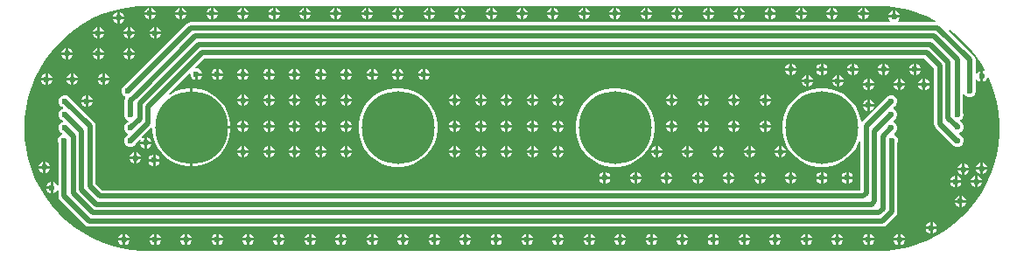
<source format=gbl>
G04*
G04 #@! TF.GenerationSoftware,Altium Limited,Altium Designer,23.9.2 (47)*
G04*
G04 Layer_Physical_Order=2*
G04 Layer_Color=16711680*
%FSLAX44Y44*%
%MOMM*%
G71*
G04*
G04 #@! TF.SameCoordinates,3AC58EF8-92A7-4998-AF5B-61EAF39CDDEE*
G04*
G04*
G04 #@! TF.FilePolarity,Positive*
G04*
G01*
G75*
%ADD20C,0.5000*%
%ADD21C,7.0500*%
%ADD22C,0.6000*%
G36*
X833582Y241017D02*
X833582Y241017D01*
X833582Y241017D01*
X838613Y240798D01*
X848600Y239509D01*
X858443Y237377D01*
X868070Y234420D01*
X877411Y230657D01*
X884892Y226878D01*
X884590Y225608D01*
X849239D01*
X848712Y226878D01*
X849697Y227862D01*
X850470Y229730D01*
X839530D01*
X840303Y227862D01*
X841288Y226878D01*
X840761Y225608D01*
X165000Y225608D01*
X164686D01*
X162540Y225181D01*
X160721Y223965D01*
X101391Y164636D01*
X100444Y164243D01*
X98757Y162556D01*
X97843Y160350D01*
Y157963D01*
X98757Y155758D01*
X100444Y154070D01*
X100955Y153859D01*
X101433Y152286D01*
X100819Y151369D01*
X100392Y149222D01*
Y138140D01*
X100000Y137193D01*
Y134806D01*
X100913Y132601D01*
X102601Y130913D01*
X103708Y130455D01*
X104006Y128957D01*
X103538Y128489D01*
X102591Y128097D01*
X100903Y126409D01*
X99990Y124204D01*
Y121817D01*
X100903Y119612D01*
X102591Y117924D01*
X103247Y117652D01*
X103154Y116316D01*
X102601Y116087D01*
X100913Y114399D01*
X100000Y112193D01*
Y109806D01*
X100913Y107601D01*
X102601Y105913D01*
X104806Y105000D01*
X107193D01*
X109399Y105913D01*
X111087Y107601D01*
X111479Y108548D01*
X115660Y112730D01*
X116573Y111868D01*
X115800Y110000D01*
X120000D01*
Y114200D01*
X118132Y113427D01*
X117270Y114340D01*
X125940Y123010D01*
X127210Y122483D01*
Y120526D01*
X128140Y114651D01*
X129979Y108994D01*
X132679Y103694D01*
X136175Y98882D01*
X140381Y94675D01*
X145194Y91179D01*
X150494Y88479D01*
X156151Y86641D01*
X162026Y85710D01*
X163730D01*
Y123500D01*
Y161290D01*
X162026D01*
X156151Y160359D01*
X150494Y158521D01*
X145194Y155821D01*
X144311Y155180D01*
X143484Y156149D01*
X163190Y175855D01*
X164460Y175329D01*
Y173898D01*
X165303Y171862D01*
X166862Y170303D01*
X168730Y169530D01*
Y175000D01*
X170000D01*
Y176270D01*
X175470D01*
X174697Y178138D01*
X173138Y179697D01*
X171102Y180540D01*
X169671D01*
X169145Y181810D01*
X177728Y190392D01*
X874363Y190392D01*
X883392Y181364D01*
Y127000D01*
X883819Y124854D01*
X885035Y123035D01*
X901535Y106535D01*
X903354Y105319D01*
X904666Y105058D01*
X904807Y105000D01*
X904958D01*
X905500Y104892D01*
X906042Y105000D01*
X907194D01*
X909399Y105913D01*
X911087Y107601D01*
X912000Y109806D01*
Y112193D01*
X911087Y114399D01*
X909399Y116087D01*
X907612Y116827D01*
Y118173D01*
X909399Y118913D01*
X911087Y120601D01*
X912000Y122807D01*
Y125194D01*
X911087Y127399D01*
X909399Y129087D01*
X908846Y129316D01*
X908753Y130652D01*
X909409Y130924D01*
X911097Y132612D01*
X912010Y134817D01*
Y137204D01*
X911608Y138176D01*
Y155435D01*
X912878Y155688D01*
X912913Y155601D01*
X914601Y153913D01*
X916806Y153000D01*
X919193D01*
X921399Y153913D01*
X923086Y155601D01*
X924000Y157807D01*
Y160194D01*
X923608Y161140D01*
Y169926D01*
X924878Y170179D01*
X925030Y169810D01*
X926589Y168252D01*
X928457Y167478D01*
Y172948D01*
Y178419D01*
X926589Y177645D01*
X925030Y176086D01*
X924878Y175718D01*
X923608Y175970D01*
Y189000D01*
X923181Y191146D01*
X921965Y192965D01*
X897707Y217224D01*
X898538Y218188D01*
X903065Y214836D01*
X910621Y208178D01*
X917585Y200903D01*
X923908Y193065D01*
X929544Y184719D01*
X932683Y179095D01*
X931789Y178090D01*
X930997Y178419D01*
Y172948D01*
Y167478D01*
X932865Y168252D01*
X934424Y169810D01*
X935092Y171423D01*
X936440Y171523D01*
X938597Y166747D01*
X941950Y157251D01*
X944486Y147505D01*
X946187Y137578D01*
X947040Y127544D01*
Y117473D01*
X946187Y107439D01*
X944486Y97513D01*
X941950Y87766D01*
X938597Y78270D01*
X934452Y69092D01*
X929544Y60298D01*
X923908Y51952D01*
X917585Y44114D01*
X910621Y36839D01*
X903065Y30181D01*
X894972Y24187D01*
X886400Y18901D01*
X877411Y14360D01*
X868070Y10597D01*
X858443Y7640D01*
X848600Y5508D01*
X838613Y4219D01*
X833582Y4000D01*
X122418D01*
X117372Y3998D01*
X107317Y4850D01*
X97371Y6553D01*
X87604Y9093D01*
X78089Y12453D01*
X68892Y16608D01*
X60082Y21529D01*
X51721Y27179D01*
X43869Y33518D01*
X36584Y40501D01*
X29917Y48077D01*
X23918Y56191D01*
X18628Y64784D01*
X14087Y73796D01*
X10326Y83161D01*
X7374Y92810D01*
X5251Y102676D01*
X3973Y112686D01*
X3549Y122768D01*
X3982Y132850D01*
X5269Y142859D01*
X7400Y152723D01*
X10361Y162370D01*
X14129Y171731D01*
X18679Y180739D01*
X23976Y189328D01*
X29983Y197437D01*
X36656Y205007D01*
X43947Y211983D01*
X51804Y218316D01*
X60170Y223958D01*
X68985Y228871D01*
X78185Y233018D01*
X87703Y236370D01*
X97472Y238902D01*
X107420Y240595D01*
X112448Y241017D01*
X833582Y241017D01*
D02*
G37*
%LPC*%
G36*
X816270Y239470D02*
Y235270D01*
X820470D01*
X819697Y237138D01*
X818138Y238697D01*
X816270Y239470D01*
D02*
G37*
G36*
X813730D02*
X811862Y238697D01*
X810303Y237138D01*
X809530Y235270D01*
X813730D01*
Y239470D01*
D02*
G37*
G36*
X786270D02*
Y235270D01*
X790470D01*
X789697Y237138D01*
X788138Y238697D01*
X786270Y239470D01*
D02*
G37*
G36*
X783730D02*
X781862Y238697D01*
X780303Y237138D01*
X779530Y235270D01*
X783730D01*
Y239470D01*
D02*
G37*
G36*
X756270D02*
Y235270D01*
X760470D01*
X759697Y237138D01*
X758138Y238697D01*
X756270Y239470D01*
D02*
G37*
G36*
X753730D02*
X751862Y238697D01*
X750303Y237138D01*
X749530Y235270D01*
X753730D01*
Y239470D01*
D02*
G37*
G36*
X726270D02*
Y235270D01*
X730470D01*
X729697Y237138D01*
X728138Y238697D01*
X726270Y239470D01*
D02*
G37*
G36*
X723730D02*
X721862Y238697D01*
X720303Y237138D01*
X719530Y235270D01*
X723730D01*
Y239470D01*
D02*
G37*
G36*
X696270D02*
Y235270D01*
X700470D01*
X699697Y237138D01*
X698138Y238697D01*
X696270Y239470D01*
D02*
G37*
G36*
X693730D02*
X691862Y238697D01*
X690303Y237138D01*
X689530Y235270D01*
X693730D01*
Y239470D01*
D02*
G37*
G36*
X666270D02*
Y235270D01*
X670470D01*
X669697Y237138D01*
X668138Y238697D01*
X666270Y239470D01*
D02*
G37*
G36*
X663730D02*
X661862Y238697D01*
X660303Y237138D01*
X659530Y235270D01*
X663730D01*
Y239470D01*
D02*
G37*
G36*
X636270D02*
Y235270D01*
X640470D01*
X639697Y237138D01*
X638138Y238697D01*
X636270Y239470D01*
D02*
G37*
G36*
X633730D02*
X631862Y238697D01*
X630303Y237138D01*
X629530Y235270D01*
X633730D01*
Y239470D01*
D02*
G37*
G36*
X606270D02*
Y235270D01*
X610470D01*
X609697Y237138D01*
X608138Y238697D01*
X606270Y239470D01*
D02*
G37*
G36*
X603730D02*
X601862Y238697D01*
X600303Y237138D01*
X599530Y235270D01*
X603730D01*
Y239470D01*
D02*
G37*
G36*
X576270D02*
Y235270D01*
X580470D01*
X579697Y237138D01*
X578138Y238697D01*
X576270Y239470D01*
D02*
G37*
G36*
X573730D02*
X571862Y238697D01*
X570303Y237138D01*
X569530Y235270D01*
X573730D01*
Y239470D01*
D02*
G37*
G36*
X546270D02*
Y235270D01*
X550470D01*
X549697Y237138D01*
X548138Y238697D01*
X546270Y239470D01*
D02*
G37*
G36*
X543730D02*
X541862Y238697D01*
X540303Y237138D01*
X539530Y235270D01*
X543730D01*
Y239470D01*
D02*
G37*
G36*
X516270D02*
Y235270D01*
X520470D01*
X519697Y237138D01*
X518138Y238697D01*
X516270Y239470D01*
D02*
G37*
G36*
X513730D02*
X511862Y238697D01*
X510303Y237138D01*
X509530Y235270D01*
X513730D01*
Y239470D01*
D02*
G37*
G36*
X486270D02*
Y235270D01*
X490470D01*
X489697Y237138D01*
X488138Y238697D01*
X486270Y239470D01*
D02*
G37*
G36*
X483730D02*
X481862Y238697D01*
X480303Y237138D01*
X479530Y235270D01*
X483730D01*
Y239470D01*
D02*
G37*
G36*
X456270D02*
Y235270D01*
X460470D01*
X459697Y237138D01*
X458138Y238697D01*
X456270Y239470D01*
D02*
G37*
G36*
X453730D02*
X451862Y238697D01*
X450303Y237138D01*
X449530Y235270D01*
X453730D01*
Y239470D01*
D02*
G37*
G36*
X426270D02*
Y235270D01*
X430470D01*
X429697Y237138D01*
X428138Y238697D01*
X426270Y239470D01*
D02*
G37*
G36*
X423730D02*
X421862Y238697D01*
X420303Y237138D01*
X419530Y235270D01*
X423730D01*
Y239470D01*
D02*
G37*
G36*
X396270D02*
Y235270D01*
X400470D01*
X399697Y237138D01*
X398138Y238697D01*
X396270Y239470D01*
D02*
G37*
G36*
X393730D02*
X391862Y238697D01*
X390303Y237138D01*
X389530Y235270D01*
X393730D01*
Y239470D01*
D02*
G37*
G36*
X366270D02*
Y235270D01*
X370470D01*
X369697Y237138D01*
X368138Y238697D01*
X366270Y239470D01*
D02*
G37*
G36*
X363730D02*
X361862Y238697D01*
X360303Y237138D01*
X359530Y235270D01*
X363730D01*
Y239470D01*
D02*
G37*
G36*
X336270D02*
Y235270D01*
X340470D01*
X339697Y237138D01*
X338138Y238697D01*
X336270Y239470D01*
D02*
G37*
G36*
X333730D02*
X331862Y238697D01*
X330303Y237138D01*
X329530Y235270D01*
X333730D01*
Y239470D01*
D02*
G37*
G36*
X306270D02*
Y235270D01*
X310470D01*
X309697Y237138D01*
X308138Y238697D01*
X306270Y239470D01*
D02*
G37*
G36*
X303730D02*
X301862Y238697D01*
X300303Y237138D01*
X299530Y235270D01*
X303730D01*
Y239470D01*
D02*
G37*
G36*
X276270D02*
Y235270D01*
X280470D01*
X279697Y237138D01*
X278138Y238697D01*
X276270Y239470D01*
D02*
G37*
G36*
X273730D02*
X271862Y238697D01*
X270303Y237138D01*
X269530Y235270D01*
X273730D01*
Y239470D01*
D02*
G37*
G36*
X246270D02*
Y235270D01*
X250470D01*
X249697Y237138D01*
X248138Y238697D01*
X246270Y239470D01*
D02*
G37*
G36*
X243730D02*
X241862Y238697D01*
X240303Y237138D01*
X239530Y235270D01*
X243730D01*
Y239470D01*
D02*
G37*
G36*
X216270D02*
Y235270D01*
X220470D01*
X219697Y237138D01*
X218138Y238697D01*
X216270Y239470D01*
D02*
G37*
G36*
X213730D02*
X211862Y238697D01*
X210303Y237138D01*
X209530Y235270D01*
X213730D01*
Y239470D01*
D02*
G37*
G36*
X186270D02*
Y235270D01*
X190470D01*
X189697Y237138D01*
X188138Y238697D01*
X186270Y239470D01*
D02*
G37*
G36*
X183730D02*
X181862Y238697D01*
X180303Y237138D01*
X179530Y235270D01*
X183730D01*
Y239470D01*
D02*
G37*
G36*
X156270D02*
Y235270D01*
X160470D01*
X159697Y237138D01*
X158138Y238697D01*
X156270Y239470D01*
D02*
G37*
G36*
X153730D02*
X151862Y238697D01*
X150303Y237138D01*
X149530Y235270D01*
X153730D01*
Y239470D01*
D02*
G37*
G36*
X126270D02*
Y235270D01*
X130470D01*
X129697Y237138D01*
X128138Y238697D01*
X126270Y239470D01*
D02*
G37*
G36*
X123730D02*
X121862Y238697D01*
X120303Y237138D01*
X119530Y235270D01*
X123730D01*
Y239470D01*
D02*
G37*
G36*
X846270Y236470D02*
Y232270D01*
X850470D01*
X849697Y234138D01*
X848138Y235697D01*
X846270Y236470D01*
D02*
G37*
G36*
X843730D02*
X841862Y235697D01*
X840303Y234138D01*
X839530Y232270D01*
X843730D01*
Y236470D01*
D02*
G37*
G36*
X96270Y235470D02*
Y231270D01*
X100470D01*
X99697Y233138D01*
X98138Y234697D01*
X96270Y235470D01*
D02*
G37*
G36*
X93730D02*
X91862Y234697D01*
X90303Y233138D01*
X89530Y231270D01*
X93730D01*
Y235470D01*
D02*
G37*
G36*
X820470Y232730D02*
X816270D01*
Y228530D01*
X818138Y229303D01*
X819697Y230862D01*
X820470Y232730D01*
D02*
G37*
G36*
X813730D02*
X809530D01*
X810303Y230862D01*
X811862Y229303D01*
X813730Y228530D01*
Y232730D01*
D02*
G37*
G36*
X790470D02*
X786270D01*
Y228530D01*
X788138Y229303D01*
X789697Y230862D01*
X790470Y232730D01*
D02*
G37*
G36*
X783730D02*
X779530D01*
X780303Y230862D01*
X781862Y229303D01*
X783730Y228530D01*
Y232730D01*
D02*
G37*
G36*
X760470D02*
X756270D01*
Y228530D01*
X758138Y229303D01*
X759697Y230862D01*
X760470Y232730D01*
D02*
G37*
G36*
X753730D02*
X749530D01*
X750303Y230862D01*
X751862Y229303D01*
X753730Y228530D01*
Y232730D01*
D02*
G37*
G36*
X730470D02*
X726270D01*
Y228530D01*
X728138Y229303D01*
X729697Y230862D01*
X730470Y232730D01*
D02*
G37*
G36*
X723730D02*
X719530D01*
X720303Y230862D01*
X721862Y229303D01*
X723730Y228530D01*
Y232730D01*
D02*
G37*
G36*
X700470D02*
X696270D01*
Y228530D01*
X698138Y229303D01*
X699697Y230862D01*
X700470Y232730D01*
D02*
G37*
G36*
X693730D02*
X689530D01*
X690303Y230862D01*
X691862Y229303D01*
X693730Y228530D01*
Y232730D01*
D02*
G37*
G36*
X670470D02*
X666270D01*
Y228530D01*
X668138Y229303D01*
X669697Y230862D01*
X670470Y232730D01*
D02*
G37*
G36*
X663730D02*
X659530D01*
X660303Y230862D01*
X661862Y229303D01*
X663730Y228530D01*
Y232730D01*
D02*
G37*
G36*
X640470D02*
X636270D01*
Y228530D01*
X638138Y229303D01*
X639697Y230862D01*
X640470Y232730D01*
D02*
G37*
G36*
X633730D02*
X629530D01*
X630303Y230862D01*
X631862Y229303D01*
X633730Y228530D01*
Y232730D01*
D02*
G37*
G36*
X610470D02*
X606270D01*
Y228530D01*
X608138Y229303D01*
X609697Y230862D01*
X610470Y232730D01*
D02*
G37*
G36*
X603730D02*
X599530D01*
X600303Y230862D01*
X601862Y229303D01*
X603730Y228530D01*
Y232730D01*
D02*
G37*
G36*
X580470D02*
X576270D01*
Y228530D01*
X578138Y229303D01*
X579697Y230862D01*
X580470Y232730D01*
D02*
G37*
G36*
X573730D02*
X569530D01*
X570303Y230862D01*
X571862Y229303D01*
X573730Y228530D01*
Y232730D01*
D02*
G37*
G36*
X550470D02*
X546270D01*
Y228530D01*
X548138Y229303D01*
X549697Y230862D01*
X550470Y232730D01*
D02*
G37*
G36*
X543730D02*
X539530D01*
X540303Y230862D01*
X541862Y229303D01*
X543730Y228530D01*
Y232730D01*
D02*
G37*
G36*
X520470D02*
X516270D01*
Y228530D01*
X518138Y229303D01*
X519697Y230862D01*
X520470Y232730D01*
D02*
G37*
G36*
X513730D02*
X509530D01*
X510303Y230862D01*
X511862Y229303D01*
X513730Y228530D01*
Y232730D01*
D02*
G37*
G36*
X490470D02*
X486270D01*
Y228530D01*
X488138Y229303D01*
X489697Y230862D01*
X490470Y232730D01*
D02*
G37*
G36*
X483730D02*
X479530D01*
X480303Y230862D01*
X481862Y229303D01*
X483730Y228530D01*
Y232730D01*
D02*
G37*
G36*
X460470D02*
X456270D01*
Y228530D01*
X458138Y229303D01*
X459697Y230862D01*
X460470Y232730D01*
D02*
G37*
G36*
X453730D02*
X449530D01*
X450303Y230862D01*
X451862Y229303D01*
X453730Y228530D01*
Y232730D01*
D02*
G37*
G36*
X430470D02*
X426270D01*
Y228530D01*
X428138Y229303D01*
X429697Y230862D01*
X430470Y232730D01*
D02*
G37*
G36*
X423730D02*
X419530D01*
X420303Y230862D01*
X421862Y229303D01*
X423730Y228530D01*
Y232730D01*
D02*
G37*
G36*
X400470D02*
X396270D01*
Y228530D01*
X398138Y229303D01*
X399697Y230862D01*
X400470Y232730D01*
D02*
G37*
G36*
X393730D02*
X389530D01*
X390303Y230862D01*
X391862Y229303D01*
X393730Y228530D01*
Y232730D01*
D02*
G37*
G36*
X370470D02*
X366270D01*
Y228530D01*
X368138Y229303D01*
X369697Y230862D01*
X370470Y232730D01*
D02*
G37*
G36*
X363730D02*
X359530D01*
X360303Y230862D01*
X361862Y229303D01*
X363730Y228530D01*
Y232730D01*
D02*
G37*
G36*
X340470D02*
X336270D01*
Y228530D01*
X338138Y229303D01*
X339697Y230862D01*
X340470Y232730D01*
D02*
G37*
G36*
X333730D02*
X329530D01*
X330303Y230862D01*
X331862Y229303D01*
X333730Y228530D01*
Y232730D01*
D02*
G37*
G36*
X310470D02*
X306270D01*
Y228530D01*
X308138Y229303D01*
X309697Y230862D01*
X310470Y232730D01*
D02*
G37*
G36*
X303730D02*
X299530D01*
X300303Y230862D01*
X301862Y229303D01*
X303730Y228530D01*
Y232730D01*
D02*
G37*
G36*
X280470D02*
X276270D01*
Y228530D01*
X278138Y229303D01*
X279697Y230862D01*
X280470Y232730D01*
D02*
G37*
G36*
X273730D02*
X269530D01*
X270303Y230862D01*
X271862Y229303D01*
X273730Y228530D01*
Y232730D01*
D02*
G37*
G36*
X250470D02*
X246270D01*
Y228530D01*
X248138Y229303D01*
X249697Y230862D01*
X250470Y232730D01*
D02*
G37*
G36*
X243730D02*
X239530D01*
X240303Y230862D01*
X241862Y229303D01*
X243730Y228530D01*
Y232730D01*
D02*
G37*
G36*
X220470D02*
X216270D01*
Y228530D01*
X218138Y229303D01*
X219697Y230862D01*
X220470Y232730D01*
D02*
G37*
G36*
X213730D02*
X209530D01*
X210303Y230862D01*
X211862Y229303D01*
X213730Y228530D01*
Y232730D01*
D02*
G37*
G36*
X190470D02*
X186270D01*
Y228530D01*
X188138Y229303D01*
X189697Y230862D01*
X190470Y232730D01*
D02*
G37*
G36*
X183730D02*
X179530D01*
X180303Y230862D01*
X181862Y229303D01*
X183730Y228530D01*
Y232730D01*
D02*
G37*
G36*
X160470D02*
X156270D01*
Y228530D01*
X158138Y229303D01*
X159697Y230862D01*
X160470Y232730D01*
D02*
G37*
G36*
X153730D02*
X149530D01*
X150303Y230862D01*
X151862Y229303D01*
X153730Y228530D01*
Y232730D01*
D02*
G37*
G36*
X130470D02*
X126270D01*
Y228530D01*
X128138Y229303D01*
X129697Y230862D01*
X130470Y232730D01*
D02*
G37*
G36*
X123730D02*
X119530D01*
X120303Y230862D01*
X121862Y229303D01*
X123730Y228530D01*
Y232730D01*
D02*
G37*
G36*
X100470Y228730D02*
X96270D01*
Y224530D01*
X98138Y225303D01*
X99697Y226862D01*
X100470Y228730D01*
D02*
G37*
G36*
X93730D02*
X89530D01*
X90303Y226862D01*
X91862Y225303D01*
X93730Y224530D01*
Y228730D01*
D02*
G37*
G36*
X131270Y220470D02*
Y216270D01*
X135470D01*
X134697Y218138D01*
X133138Y219697D01*
X131270Y220470D01*
D02*
G37*
G36*
X128730D02*
X126862Y219697D01*
X125303Y218138D01*
X124530Y216270D01*
X128730D01*
Y220470D01*
D02*
G37*
G36*
X106270D02*
Y216270D01*
X110470D01*
X109697Y218138D01*
X108138Y219697D01*
X106270Y220470D01*
D02*
G37*
G36*
X103730D02*
X101862Y219697D01*
X100303Y218138D01*
X99530Y216270D01*
X103730D01*
Y220470D01*
D02*
G37*
G36*
X76270D02*
Y216270D01*
X80470D01*
X79697Y218138D01*
X78138Y219697D01*
X76270Y220470D01*
D02*
G37*
G36*
X73730D02*
X71862Y219697D01*
X70303Y218138D01*
X69530Y216270D01*
X73730D01*
Y220470D01*
D02*
G37*
G36*
X135470Y213730D02*
X131270D01*
Y209530D01*
X133138Y210303D01*
X134697Y211862D01*
X135470Y213730D01*
D02*
G37*
G36*
X128730D02*
X124530D01*
X125303Y211862D01*
X126862Y210303D01*
X128730Y209530D01*
Y213730D01*
D02*
G37*
G36*
X110470D02*
X106270D01*
Y209530D01*
X108138Y210303D01*
X109697Y211862D01*
X110470Y213730D01*
D02*
G37*
G36*
X103730D02*
X99530D01*
X100303Y211862D01*
X101862Y210303D01*
X103730Y209530D01*
Y213730D01*
D02*
G37*
G36*
X80470D02*
X76270D01*
Y209530D01*
X78138Y210303D01*
X79697Y211862D01*
X80470Y213730D01*
D02*
G37*
G36*
X73730D02*
X69530D01*
X70303Y211862D01*
X71862Y210303D01*
X73730Y209530D01*
Y213730D01*
D02*
G37*
G36*
X106270Y200470D02*
Y196270D01*
X110470D01*
X109697Y198138D01*
X108138Y199697D01*
X106270Y200470D01*
D02*
G37*
G36*
X103730D02*
X101862Y199697D01*
X100303Y198138D01*
X99530Y196270D01*
X103730D01*
Y200470D01*
D02*
G37*
G36*
X76270D02*
Y196270D01*
X80470D01*
X79697Y198138D01*
X78138Y199697D01*
X76270Y200470D01*
D02*
G37*
G36*
X73730D02*
X71862Y199697D01*
X70303Y198138D01*
X69530Y196270D01*
X73730D01*
Y200470D01*
D02*
G37*
G36*
X46270D02*
Y196270D01*
X50470D01*
X49697Y198138D01*
X48138Y199697D01*
X46270Y200470D01*
D02*
G37*
G36*
X43730D02*
X41862Y199697D01*
X40303Y198138D01*
X39530Y196270D01*
X43730D01*
Y200470D01*
D02*
G37*
G36*
X110470Y193730D02*
X106270D01*
Y189530D01*
X108138Y190303D01*
X109697Y191862D01*
X110470Y193730D01*
D02*
G37*
G36*
X103730D02*
X99530D01*
X100303Y191862D01*
X101862Y190303D01*
X103730Y189530D01*
Y193730D01*
D02*
G37*
G36*
X80470D02*
X76270D01*
Y189530D01*
X78138Y190303D01*
X79697Y191862D01*
X80470Y193730D01*
D02*
G37*
G36*
X73730D02*
X69530D01*
X70303Y191862D01*
X71862Y190303D01*
X73730Y189530D01*
Y193730D01*
D02*
G37*
G36*
X50470D02*
X46270D01*
Y189530D01*
X48138Y190303D01*
X49697Y191862D01*
X50470Y193730D01*
D02*
G37*
G36*
X43730D02*
X39530D01*
X40303Y191862D01*
X41862Y190303D01*
X43730Y189530D01*
Y193730D01*
D02*
G37*
G36*
X866270Y185470D02*
Y181270D01*
X870470D01*
X869697Y183138D01*
X868138Y184697D01*
X866270Y185470D01*
D02*
G37*
G36*
X863730D02*
X861862Y184697D01*
X860303Y183138D01*
X859530Y181270D01*
X863730D01*
Y185470D01*
D02*
G37*
G36*
X836270D02*
Y181270D01*
X840470D01*
X839697Y183138D01*
X838138Y184697D01*
X836270Y185470D01*
D02*
G37*
G36*
X833730D02*
X831862Y184697D01*
X830303Y183138D01*
X829530Y181270D01*
X833730D01*
Y185470D01*
D02*
G37*
G36*
X806270D02*
Y181270D01*
X810470D01*
X809697Y183138D01*
X808138Y184697D01*
X806270Y185470D01*
D02*
G37*
G36*
X803730D02*
X801862Y184697D01*
X800303Y183138D01*
X799530Y181270D01*
X803730D01*
Y185470D01*
D02*
G37*
G36*
X776270D02*
Y181270D01*
X780470D01*
X779697Y183138D01*
X778138Y184697D01*
X776270Y185470D01*
D02*
G37*
G36*
X773730D02*
X771862Y184697D01*
X770303Y183138D01*
X769530Y181270D01*
X773730D01*
Y185470D01*
D02*
G37*
G36*
X746270D02*
Y181270D01*
X750470D01*
X749697Y183138D01*
X748138Y184697D01*
X746270Y185470D01*
D02*
G37*
G36*
X743730D02*
X741862Y184697D01*
X740303Y183138D01*
X739530Y181270D01*
X743730D01*
Y185470D01*
D02*
G37*
G36*
X391270Y180470D02*
Y176270D01*
X395470D01*
X394697Y178138D01*
X393138Y179697D01*
X391270Y180470D01*
D02*
G37*
G36*
X388730D02*
X386862Y179697D01*
X385303Y178138D01*
X384530Y176270D01*
X388730D01*
Y180470D01*
D02*
G37*
G36*
X366270D02*
Y176270D01*
X370470D01*
X369697Y178138D01*
X368138Y179697D01*
X366270Y180470D01*
D02*
G37*
G36*
X363730D02*
X361862Y179697D01*
X360303Y178138D01*
X359530Y176270D01*
X363730D01*
Y180470D01*
D02*
G37*
G36*
X341270D02*
Y176270D01*
X345470D01*
X344697Y178138D01*
X343138Y179697D01*
X341270Y180470D01*
D02*
G37*
G36*
X338730D02*
X336862Y179697D01*
X335303Y178138D01*
X334530Y176270D01*
X338730D01*
Y180470D01*
D02*
G37*
G36*
X316270D02*
Y176270D01*
X320470D01*
X319697Y178138D01*
X318138Y179697D01*
X316270Y180470D01*
D02*
G37*
G36*
X313730D02*
X311862Y179697D01*
X310303Y178138D01*
X309530Y176270D01*
X313730D01*
Y180470D01*
D02*
G37*
G36*
X291270D02*
Y176270D01*
X295470D01*
X294697Y178138D01*
X293138Y179697D01*
X291270Y180470D01*
D02*
G37*
G36*
X288730D02*
X286862Y179697D01*
X285303Y178138D01*
X284530Y176270D01*
X288730D01*
Y180470D01*
D02*
G37*
G36*
X266270D02*
Y176270D01*
X270470D01*
X269697Y178138D01*
X268138Y179697D01*
X266270Y180470D01*
D02*
G37*
G36*
X263730D02*
X261862Y179697D01*
X260303Y178138D01*
X259530Y176270D01*
X263730D01*
Y180470D01*
D02*
G37*
G36*
X241270D02*
Y176270D01*
X245470D01*
X244697Y178138D01*
X243138Y179697D01*
X241270Y180470D01*
D02*
G37*
G36*
X238730D02*
X236862Y179697D01*
X235303Y178138D01*
X234530Y176270D01*
X238730D01*
Y180470D01*
D02*
G37*
G36*
X216270D02*
Y176270D01*
X220470D01*
X219697Y178138D01*
X218138Y179697D01*
X216270Y180470D01*
D02*
G37*
G36*
X213730D02*
X211862Y179697D01*
X210303Y178138D01*
X209530Y176270D01*
X213730D01*
Y180470D01*
D02*
G37*
G36*
X191270D02*
Y176270D01*
X195470D01*
X194697Y178138D01*
X193138Y179697D01*
X191270Y180470D01*
D02*
G37*
G36*
X188730D02*
X186862Y179697D01*
X185303Y178138D01*
X184530Y176270D01*
X188730D01*
Y180470D01*
D02*
G37*
G36*
X870470Y178730D02*
X866270D01*
Y174530D01*
X868138Y175303D01*
X869697Y176862D01*
X870470Y178730D01*
D02*
G37*
G36*
X863730D02*
X859530D01*
X860303Y176862D01*
X861862Y175303D01*
X863730Y174530D01*
Y178730D01*
D02*
G37*
G36*
X840470D02*
X836270D01*
Y174530D01*
X838138Y175303D01*
X839697Y176862D01*
X840470Y178730D01*
D02*
G37*
G36*
X833730D02*
X829530D01*
X830303Y176862D01*
X831862Y175303D01*
X833730Y174530D01*
Y178730D01*
D02*
G37*
G36*
X810470D02*
X806270D01*
Y174530D01*
X808138Y175303D01*
X809697Y176862D01*
X810470Y178730D01*
D02*
G37*
G36*
X803730D02*
X799530D01*
X800303Y176862D01*
X801862Y175303D01*
X803730Y174530D01*
Y178730D01*
D02*
G37*
G36*
X780470D02*
X776270D01*
Y174530D01*
X778138Y175303D01*
X779697Y176862D01*
X780470Y178730D01*
D02*
G37*
G36*
X773730D02*
X769530D01*
X770303Y176862D01*
X771862Y175303D01*
X773730Y174530D01*
Y178730D01*
D02*
G37*
G36*
X750470D02*
X746270D01*
Y174530D01*
X748138Y175303D01*
X749697Y176862D01*
X750470Y178730D01*
D02*
G37*
G36*
X743730D02*
X739530D01*
X740303Y176862D01*
X741862Y175303D01*
X743730Y174530D01*
Y178730D01*
D02*
G37*
G36*
X81270Y175470D02*
Y171270D01*
X85470D01*
X84697Y173138D01*
X83138Y174697D01*
X81270Y175470D01*
D02*
G37*
G36*
X78730D02*
X76862Y174697D01*
X75303Y173138D01*
X74530Y171270D01*
X78730D01*
Y175470D01*
D02*
G37*
G36*
X51270D02*
Y171270D01*
X55470D01*
X54697Y173138D01*
X53138Y174697D01*
X51270Y175470D01*
D02*
G37*
G36*
X48730D02*
X46862Y174697D01*
X45303Y173138D01*
X44530Y171270D01*
X48730D01*
Y175470D01*
D02*
G37*
G36*
X26270D02*
Y171270D01*
X30470D01*
X29697Y173138D01*
X28138Y174697D01*
X26270Y175470D01*
D02*
G37*
G36*
X23730D02*
X21862Y174697D01*
X20303Y173138D01*
X19530Y171270D01*
X23730D01*
Y175470D01*
D02*
G37*
G36*
X762264Y174093D02*
Y169893D01*
X766464D01*
X765691Y171761D01*
X764132Y173319D01*
X762264Y174093D01*
D02*
G37*
G36*
X759724D02*
X757856Y173319D01*
X756297Y171761D01*
X755524Y169893D01*
X759724D01*
Y174093D01*
D02*
G37*
G36*
X791756Y173957D02*
Y169757D01*
X795957D01*
X795183Y171625D01*
X793624Y173183D01*
X791756Y173957D01*
D02*
G37*
G36*
X789216D02*
X787348Y173183D01*
X785790Y171625D01*
X785016Y169757D01*
X789216D01*
Y173957D01*
D02*
G37*
G36*
X395470Y173730D02*
X391270D01*
Y169530D01*
X393138Y170303D01*
X394697Y171862D01*
X395470Y173730D01*
D02*
G37*
G36*
X388730D02*
X384530D01*
X385303Y171862D01*
X386862Y170303D01*
X388730Y169530D01*
Y173730D01*
D02*
G37*
G36*
X370470D02*
X366270D01*
Y169530D01*
X368138Y170303D01*
X369697Y171862D01*
X370470Y173730D01*
D02*
G37*
G36*
X363730D02*
X359530D01*
X360303Y171862D01*
X361862Y170303D01*
X363730Y169530D01*
Y173730D01*
D02*
G37*
G36*
X345470D02*
X341270D01*
Y169530D01*
X343138Y170303D01*
X344697Y171862D01*
X345470Y173730D01*
D02*
G37*
G36*
X338730D02*
X334530D01*
X335303Y171862D01*
X336862Y170303D01*
X338730Y169530D01*
Y173730D01*
D02*
G37*
G36*
X320470D02*
X316270D01*
Y169530D01*
X318138Y170303D01*
X319697Y171862D01*
X320470Y173730D01*
D02*
G37*
G36*
X313730D02*
X309530D01*
X310303Y171862D01*
X311862Y170303D01*
X313730Y169530D01*
Y173730D01*
D02*
G37*
G36*
X295470D02*
X291270D01*
Y169530D01*
X293138Y170303D01*
X294697Y171862D01*
X295470Y173730D01*
D02*
G37*
G36*
X288730D02*
X284530D01*
X285303Y171862D01*
X286862Y170303D01*
X288730Y169530D01*
Y173730D01*
D02*
G37*
G36*
X270470D02*
X266270D01*
Y169530D01*
X268138Y170303D01*
X269697Y171862D01*
X270470Y173730D01*
D02*
G37*
G36*
X263730D02*
X259530D01*
X260303Y171862D01*
X261862Y170303D01*
X263730Y169530D01*
Y173730D01*
D02*
G37*
G36*
X245470D02*
X241270D01*
Y169530D01*
X243138Y170303D01*
X244697Y171862D01*
X245470Y173730D01*
D02*
G37*
G36*
X238730D02*
X234530D01*
X235303Y171862D01*
X236862Y170303D01*
X238730Y169530D01*
Y173730D01*
D02*
G37*
G36*
X220470D02*
X216270D01*
Y169530D01*
X218138Y170303D01*
X219697Y171862D01*
X220470Y173730D01*
D02*
G37*
G36*
X213730D02*
X209530D01*
X210303Y171862D01*
X211862Y170303D01*
X213730Y169530D01*
Y173730D01*
D02*
G37*
G36*
X195470D02*
X191270D01*
Y169530D01*
X193138Y170303D01*
X194697Y171862D01*
X195470Y173730D01*
D02*
G37*
G36*
X188730D02*
X184530D01*
X185303Y171862D01*
X186862Y170303D01*
X188730Y169530D01*
Y173730D01*
D02*
G37*
G36*
X175470D02*
X171270D01*
Y169530D01*
X173138Y170303D01*
X174697Y171862D01*
X175470Y173730D01*
D02*
G37*
G36*
X875270Y170470D02*
Y166270D01*
X879470D01*
X878697Y168138D01*
X877138Y169697D01*
X875270Y170470D01*
D02*
G37*
G36*
X872730D02*
X870862Y169697D01*
X869303Y168138D01*
X868530Y166270D01*
X872730D01*
Y170470D01*
D02*
G37*
G36*
X851270D02*
Y166270D01*
X855470D01*
X854697Y168138D01*
X853138Y169697D01*
X851270Y170470D01*
D02*
G37*
G36*
X848730D02*
X846862Y169697D01*
X845303Y168138D01*
X844530Y166270D01*
X848730D01*
Y170470D01*
D02*
G37*
G36*
X821270D02*
Y166270D01*
X825470D01*
X824697Y168138D01*
X823138Y169697D01*
X821270Y170470D01*
D02*
G37*
G36*
X818730D02*
X816862Y169697D01*
X815303Y168138D01*
X814530Y166270D01*
X818730D01*
Y170470D01*
D02*
G37*
G36*
X85470Y168730D02*
X81270D01*
Y164530D01*
X83138Y165303D01*
X84697Y166862D01*
X85470Y168730D01*
D02*
G37*
G36*
X78730D02*
X74530D01*
X75303Y166862D01*
X76862Y165303D01*
X78730Y164530D01*
Y168730D01*
D02*
G37*
G36*
X55470D02*
X51270D01*
Y164530D01*
X53138Y165303D01*
X54697Y166862D01*
X55470Y168730D01*
D02*
G37*
G36*
X48730D02*
X44530D01*
X45303Y166862D01*
X46862Y165303D01*
X48730Y164530D01*
Y168730D01*
D02*
G37*
G36*
X30470D02*
X26270D01*
Y164530D01*
X28138Y165303D01*
X29697Y166862D01*
X30470Y168730D01*
D02*
G37*
G36*
X23730D02*
X19530D01*
X20303Y166862D01*
X21862Y165303D01*
X23730Y164530D01*
Y168730D01*
D02*
G37*
G36*
X766464Y167353D02*
X762264D01*
Y163152D01*
X764132Y163926D01*
X765691Y165484D01*
X766464Y167353D01*
D02*
G37*
G36*
X759724D02*
X755524D01*
X756297Y165484D01*
X757856Y163926D01*
X759724Y163152D01*
Y167353D01*
D02*
G37*
G36*
X795957Y167217D02*
X791756D01*
Y163016D01*
X793624Y163790D01*
X795183Y165348D01*
X795957Y167217D01*
D02*
G37*
G36*
X789216D02*
X785016D01*
X785790Y165348D01*
X787348Y163790D01*
X789216Y163016D01*
Y167217D01*
D02*
G37*
G36*
X879470Y163730D02*
X875270D01*
Y159530D01*
X877138Y160303D01*
X878697Y161862D01*
X879470Y163730D01*
D02*
G37*
G36*
X872730D02*
X868530D01*
X869303Y161862D01*
X870862Y160303D01*
X872730Y159530D01*
Y163730D01*
D02*
G37*
G36*
X855470D02*
X851270D01*
Y159530D01*
X853138Y160303D01*
X854697Y161862D01*
X855470Y163730D01*
D02*
G37*
G36*
X848730D02*
X844530D01*
X845303Y161862D01*
X846862Y160303D01*
X848730Y159530D01*
Y163730D01*
D02*
G37*
G36*
X825470D02*
X821270D01*
Y159530D01*
X823138Y160303D01*
X824697Y161862D01*
X825470Y163730D01*
D02*
G37*
G36*
X818730D02*
X814530D01*
X815303Y161862D01*
X816862Y160303D01*
X818730Y159530D01*
Y163730D01*
D02*
G37*
G36*
X721270Y155470D02*
Y151270D01*
X725470D01*
X724697Y153138D01*
X723138Y154697D01*
X721270Y155470D01*
D02*
G37*
G36*
X718730D02*
X716862Y154697D01*
X715303Y153138D01*
X714530Y151270D01*
X718730D01*
Y155470D01*
D02*
G37*
G36*
X691270D02*
Y151270D01*
X695470D01*
X694697Y153138D01*
X693138Y154697D01*
X691270Y155470D01*
D02*
G37*
G36*
X688730D02*
X686862Y154697D01*
X685303Y153138D01*
X684530Y151270D01*
X688730D01*
Y155470D01*
D02*
G37*
G36*
X661270D02*
Y151270D01*
X665470D01*
X664697Y153138D01*
X663138Y154697D01*
X661270Y155470D01*
D02*
G37*
G36*
X658730D02*
X656862Y154697D01*
X655303Y153138D01*
X654530Y151270D01*
X658730D01*
Y155470D01*
D02*
G37*
G36*
X631270D02*
Y151270D01*
X635470D01*
X634697Y153138D01*
X633138Y154697D01*
X631270Y155470D01*
D02*
G37*
G36*
X628730D02*
X626862Y154697D01*
X625303Y153138D01*
X624530Y151270D01*
X628730D01*
Y155470D01*
D02*
G37*
G36*
X521270D02*
Y151270D01*
X525470D01*
X524697Y153138D01*
X523138Y154697D01*
X521270Y155470D01*
D02*
G37*
G36*
X518730D02*
X516862Y154697D01*
X515303Y153138D01*
X514530Y151270D01*
X518730D01*
Y155470D01*
D02*
G37*
G36*
X496270D02*
Y151270D01*
X500470D01*
X499697Y153138D01*
X498138Y154697D01*
X496270Y155470D01*
D02*
G37*
G36*
X493730D02*
X491862Y154697D01*
X490303Y153138D01*
X489530Y151270D01*
X493730D01*
Y155470D01*
D02*
G37*
G36*
X471270D02*
Y151270D01*
X475470D01*
X474697Y153138D01*
X473138Y154697D01*
X471270Y155470D01*
D02*
G37*
G36*
X468730D02*
X466862Y154697D01*
X465303Y153138D01*
X464530Y151270D01*
X468730D01*
Y155470D01*
D02*
G37*
G36*
X446270D02*
Y151270D01*
X450470D01*
X449697Y153138D01*
X448138Y154697D01*
X446270Y155470D01*
D02*
G37*
G36*
X443730D02*
X441862Y154697D01*
X440303Y153138D01*
X439530Y151270D01*
X443730D01*
Y155470D01*
D02*
G37*
G36*
X421270D02*
Y151270D01*
X425470D01*
X424697Y153138D01*
X423138Y154697D01*
X421270Y155470D01*
D02*
G37*
G36*
X418730D02*
X416862Y154697D01*
X415303Y153138D01*
X414530Y151270D01*
X418730D01*
Y155470D01*
D02*
G37*
G36*
X316270D02*
Y151270D01*
X320470D01*
X319697Y153138D01*
X318138Y154697D01*
X316270Y155470D01*
D02*
G37*
G36*
X313730D02*
X311862Y154697D01*
X310303Y153138D01*
X309530Y151270D01*
X313730D01*
Y155470D01*
D02*
G37*
G36*
X291270D02*
Y151270D01*
X295470D01*
X294697Y153138D01*
X293138Y154697D01*
X291270Y155470D01*
D02*
G37*
G36*
X288730D02*
X286862Y154697D01*
X285303Y153138D01*
X284530Y151270D01*
X288730D01*
Y155470D01*
D02*
G37*
G36*
X266270D02*
Y151270D01*
X270470D01*
X269697Y153138D01*
X268138Y154697D01*
X266270Y155470D01*
D02*
G37*
G36*
X263730D02*
X261862Y154697D01*
X260303Y153138D01*
X259530Y151270D01*
X263730D01*
Y155470D01*
D02*
G37*
G36*
X241270D02*
Y151270D01*
X245470D01*
X244697Y153138D01*
X243138Y154697D01*
X241270Y155470D01*
D02*
G37*
G36*
X238730D02*
X236862Y154697D01*
X235303Y153138D01*
X234530Y151270D01*
X238730D01*
Y155470D01*
D02*
G37*
G36*
X216270D02*
Y151270D01*
X220470D01*
X219697Y153138D01*
X218138Y154697D01*
X216270Y155470D01*
D02*
G37*
G36*
X213730D02*
X211862Y154697D01*
X210303Y153138D01*
X209530Y151270D01*
X213730D01*
Y155470D01*
D02*
G37*
G36*
X65109Y154320D02*
Y150120D01*
X69310D01*
X68536Y151988D01*
X66977Y153547D01*
X65109Y154320D01*
D02*
G37*
G36*
X62569D02*
X60701Y153547D01*
X59143Y151988D01*
X58369Y150120D01*
X62569D01*
Y154320D01*
D02*
G37*
G36*
X821270Y150470D02*
Y146270D01*
X825470D01*
X824697Y148138D01*
X823138Y149697D01*
X821270Y150470D01*
D02*
G37*
G36*
X818730D02*
X816862Y149697D01*
X815303Y148138D01*
X814530Y146270D01*
X818730D01*
Y150470D01*
D02*
G37*
G36*
X725470Y148730D02*
X721270D01*
Y144530D01*
X723138Y145303D01*
X724697Y146862D01*
X725470Y148730D01*
D02*
G37*
G36*
X718730D02*
X714530D01*
X715303Y146862D01*
X716862Y145303D01*
X718730Y144530D01*
Y148730D01*
D02*
G37*
G36*
X695470D02*
X691270D01*
Y144530D01*
X693138Y145303D01*
X694697Y146862D01*
X695470Y148730D01*
D02*
G37*
G36*
X688730D02*
X684530D01*
X685303Y146862D01*
X686862Y145303D01*
X688730Y144530D01*
Y148730D01*
D02*
G37*
G36*
X665470D02*
X661270D01*
Y144530D01*
X663138Y145303D01*
X664697Y146862D01*
X665470Y148730D01*
D02*
G37*
G36*
X658730D02*
X654530D01*
X655303Y146862D01*
X656862Y145303D01*
X658730Y144530D01*
Y148730D01*
D02*
G37*
G36*
X635470D02*
X631270D01*
Y144530D01*
X633138Y145303D01*
X634697Y146862D01*
X635470Y148730D01*
D02*
G37*
G36*
X628730D02*
X624530D01*
X625303Y146862D01*
X626862Y145303D01*
X628730Y144530D01*
Y148730D01*
D02*
G37*
G36*
X525470D02*
X521270D01*
Y144530D01*
X523138Y145303D01*
X524697Y146862D01*
X525470Y148730D01*
D02*
G37*
G36*
X518730D02*
X514530D01*
X515303Y146862D01*
X516862Y145303D01*
X518730Y144530D01*
Y148730D01*
D02*
G37*
G36*
X500470D02*
X496270D01*
Y144530D01*
X498138Y145303D01*
X499697Y146862D01*
X500470Y148730D01*
D02*
G37*
G36*
X493730D02*
X489530D01*
X490303Y146862D01*
X491862Y145303D01*
X493730Y144530D01*
Y148730D01*
D02*
G37*
G36*
X475470D02*
X471270D01*
Y144530D01*
X473138Y145303D01*
X474697Y146862D01*
X475470Y148730D01*
D02*
G37*
G36*
X468730D02*
X464530D01*
X465303Y146862D01*
X466862Y145303D01*
X468730Y144530D01*
Y148730D01*
D02*
G37*
G36*
X450470D02*
X446270D01*
Y144530D01*
X448138Y145303D01*
X449697Y146862D01*
X450470Y148730D01*
D02*
G37*
G36*
X443730D02*
X439530D01*
X440303Y146862D01*
X441862Y145303D01*
X443730Y144530D01*
Y148730D01*
D02*
G37*
G36*
X425470D02*
X421270D01*
Y144530D01*
X423138Y145303D01*
X424697Y146862D01*
X425470Y148730D01*
D02*
G37*
G36*
X418730D02*
X414530D01*
X415303Y146862D01*
X416862Y145303D01*
X418730Y144530D01*
Y148730D01*
D02*
G37*
G36*
X320470D02*
X316270D01*
Y144530D01*
X318138Y145303D01*
X319697Y146862D01*
X320470Y148730D01*
D02*
G37*
G36*
X313730D02*
X309530D01*
X310303Y146862D01*
X311862Y145303D01*
X313730Y144530D01*
Y148730D01*
D02*
G37*
G36*
X295470D02*
X291270D01*
Y144530D01*
X293138Y145303D01*
X294697Y146862D01*
X295470Y148730D01*
D02*
G37*
G36*
X288730D02*
X284530D01*
X285303Y146862D01*
X286862Y145303D01*
X288730Y144530D01*
Y148730D01*
D02*
G37*
G36*
X270470D02*
X266270D01*
Y144530D01*
X268138Y145303D01*
X269697Y146862D01*
X270470Y148730D01*
D02*
G37*
G36*
X263730D02*
X259530D01*
X260303Y146862D01*
X261862Y145303D01*
X263730Y144530D01*
Y148730D01*
D02*
G37*
G36*
X245470D02*
X241270D01*
Y144530D01*
X243138Y145303D01*
X244697Y146862D01*
X245470Y148730D01*
D02*
G37*
G36*
X238730D02*
X234530D01*
X235303Y146862D01*
X236862Y145303D01*
X238730Y144530D01*
Y148730D01*
D02*
G37*
G36*
X220470D02*
X216270D01*
Y144530D01*
X218138Y145303D01*
X219697Y146862D01*
X220470Y148730D01*
D02*
G37*
G36*
X213730D02*
X209530D01*
X210303Y146862D01*
X211862Y145303D01*
X213730Y144530D01*
Y148730D01*
D02*
G37*
G36*
X69310Y147580D02*
X65109D01*
Y143380D01*
X66977Y144154D01*
X68536Y145712D01*
X69310Y147580D01*
D02*
G37*
G36*
X62569D02*
X58369D01*
X59143Y145712D01*
X60701Y144154D01*
X62569Y143380D01*
Y147580D01*
D02*
G37*
G36*
X825470Y143730D02*
X821270D01*
Y139530D01*
X823138Y140303D01*
X824697Y141862D01*
X825470Y143730D01*
D02*
G37*
G36*
X818730D02*
X814530D01*
X815303Y141862D01*
X816862Y140303D01*
X818730Y139530D01*
Y143730D01*
D02*
G37*
G36*
X721270Y130470D02*
Y126270D01*
X725470D01*
X724697Y128138D01*
X723138Y129697D01*
X721270Y130470D01*
D02*
G37*
G36*
X718730D02*
X716862Y129697D01*
X715303Y128138D01*
X714530Y126270D01*
X718730D01*
Y130470D01*
D02*
G37*
G36*
X691270D02*
Y126270D01*
X695470D01*
X694697Y128138D01*
X693138Y129697D01*
X691270Y130470D01*
D02*
G37*
G36*
X688730D02*
X686862Y129697D01*
X685303Y128138D01*
X684530Y126270D01*
X688730D01*
Y130470D01*
D02*
G37*
G36*
X661270D02*
Y126270D01*
X665470D01*
X664697Y128138D01*
X663138Y129697D01*
X661270Y130470D01*
D02*
G37*
G36*
X658730D02*
X656862Y129697D01*
X655303Y128138D01*
X654530Y126270D01*
X658730D01*
Y130470D01*
D02*
G37*
G36*
X631270D02*
Y126270D01*
X635470D01*
X634697Y128138D01*
X633138Y129697D01*
X631270Y130470D01*
D02*
G37*
G36*
X628730D02*
X626862Y129697D01*
X625303Y128138D01*
X624530Y126270D01*
X628730D01*
Y130470D01*
D02*
G37*
G36*
X521270D02*
Y126270D01*
X525470D01*
X524697Y128138D01*
X523138Y129697D01*
X521270Y130470D01*
D02*
G37*
G36*
X518730D02*
X516862Y129697D01*
X515303Y128138D01*
X514530Y126270D01*
X518730D01*
Y130470D01*
D02*
G37*
G36*
X496270D02*
Y126270D01*
X500470D01*
X499697Y128138D01*
X498138Y129697D01*
X496270Y130470D01*
D02*
G37*
G36*
X493730D02*
X491862Y129697D01*
X490303Y128138D01*
X489530Y126270D01*
X493730D01*
Y130470D01*
D02*
G37*
G36*
X471270D02*
Y126270D01*
X475470D01*
X474697Y128138D01*
X473138Y129697D01*
X471270Y130470D01*
D02*
G37*
G36*
X468730D02*
X466862Y129697D01*
X465303Y128138D01*
X464530Y126270D01*
X468730D01*
Y130470D01*
D02*
G37*
G36*
X446270D02*
Y126270D01*
X450470D01*
X449697Y128138D01*
X448138Y129697D01*
X446270Y130470D01*
D02*
G37*
G36*
X443730D02*
X441862Y129697D01*
X440303Y128138D01*
X439530Y126270D01*
X443730D01*
Y130470D01*
D02*
G37*
G36*
X421270D02*
Y126270D01*
X425470D01*
X424697Y128138D01*
X423138Y129697D01*
X421270Y130470D01*
D02*
G37*
G36*
X418730D02*
X416862Y129697D01*
X415303Y128138D01*
X414530Y126270D01*
X418730D01*
Y130470D01*
D02*
G37*
G36*
X316270D02*
Y126270D01*
X320470D01*
X319697Y128138D01*
X318138Y129697D01*
X316270Y130470D01*
D02*
G37*
G36*
X313730D02*
X311862Y129697D01*
X310303Y128138D01*
X309530Y126270D01*
X313730D01*
Y130470D01*
D02*
G37*
G36*
X291270D02*
Y126270D01*
X295470D01*
X294697Y128138D01*
X293138Y129697D01*
X291270Y130470D01*
D02*
G37*
G36*
X288730D02*
X286862Y129697D01*
X285303Y128138D01*
X284530Y126270D01*
X288730D01*
Y130470D01*
D02*
G37*
G36*
X266270D02*
Y126270D01*
X270470D01*
X269697Y128138D01*
X268138Y129697D01*
X266270Y130470D01*
D02*
G37*
G36*
X263730D02*
X261862Y129697D01*
X260303Y128138D01*
X259530Y126270D01*
X263730D01*
Y130470D01*
D02*
G37*
G36*
X241270D02*
Y126270D01*
X245470D01*
X244697Y128138D01*
X243138Y129697D01*
X241270Y130470D01*
D02*
G37*
G36*
X238730D02*
X236862Y129697D01*
X235303Y128138D01*
X234530Y126270D01*
X238730D01*
Y130470D01*
D02*
G37*
G36*
X216270D02*
Y126270D01*
X220470D01*
X219697Y128138D01*
X218138Y129697D01*
X216270Y130470D01*
D02*
G37*
G36*
X213730D02*
X211862Y129697D01*
X210303Y128138D01*
X209530Y126270D01*
X213730D01*
Y130470D01*
D02*
G37*
G36*
X167974Y161290D02*
X166270D01*
Y124770D01*
X202790D01*
Y126474D01*
X201859Y132349D01*
X200021Y138006D01*
X197321Y143306D01*
X193825Y148119D01*
X189618Y152325D01*
X184806Y155821D01*
X179506Y158521D01*
X173849Y160359D01*
X167974Y161290D01*
D02*
G37*
G36*
X725470Y123730D02*
X721270D01*
Y119530D01*
X723138Y120303D01*
X724697Y121862D01*
X725470Y123730D01*
D02*
G37*
G36*
X718730D02*
X714530D01*
X715303Y121862D01*
X716862Y120303D01*
X718730Y119530D01*
Y123730D01*
D02*
G37*
G36*
X695470D02*
X691270D01*
Y119530D01*
X693138Y120303D01*
X694697Y121862D01*
X695470Y123730D01*
D02*
G37*
G36*
X688730D02*
X684530D01*
X685303Y121862D01*
X686862Y120303D01*
X688730Y119530D01*
Y123730D01*
D02*
G37*
G36*
X665470D02*
X661270D01*
Y119530D01*
X663138Y120303D01*
X664697Y121862D01*
X665470Y123730D01*
D02*
G37*
G36*
X658730D02*
X654530D01*
X655303Y121862D01*
X656862Y120303D01*
X658730Y119530D01*
Y123730D01*
D02*
G37*
G36*
X635470D02*
X631270D01*
Y119530D01*
X633138Y120303D01*
X634697Y121862D01*
X635470Y123730D01*
D02*
G37*
G36*
X628730D02*
X624530D01*
X625303Y121862D01*
X626862Y120303D01*
X628730Y119530D01*
Y123730D01*
D02*
G37*
G36*
X525470D02*
X521270D01*
Y119530D01*
X523138Y120303D01*
X524697Y121862D01*
X525470Y123730D01*
D02*
G37*
G36*
X518730D02*
X514530D01*
X515303Y121862D01*
X516862Y120303D01*
X518730Y119530D01*
Y123730D01*
D02*
G37*
G36*
X500470D02*
X496270D01*
Y119530D01*
X498138Y120303D01*
X499697Y121862D01*
X500470Y123730D01*
D02*
G37*
G36*
X493730D02*
X489530D01*
X490303Y121862D01*
X491862Y120303D01*
X493730Y119530D01*
Y123730D01*
D02*
G37*
G36*
X475470D02*
X471270D01*
Y119530D01*
X473138Y120303D01*
X474697Y121862D01*
X475470Y123730D01*
D02*
G37*
G36*
X468730D02*
X464530D01*
X465303Y121862D01*
X466862Y120303D01*
X468730Y119530D01*
Y123730D01*
D02*
G37*
G36*
X450470D02*
X446270D01*
Y119530D01*
X448138Y120303D01*
X449697Y121862D01*
X450470Y123730D01*
D02*
G37*
G36*
X443730D02*
X439530D01*
X440303Y121862D01*
X441862Y120303D01*
X443730Y119530D01*
Y123730D01*
D02*
G37*
G36*
X425470D02*
X421270D01*
Y119530D01*
X423138Y120303D01*
X424697Y121862D01*
X425470Y123730D01*
D02*
G37*
G36*
X418730D02*
X414530D01*
X415303Y121862D01*
X416862Y120303D01*
X418730Y119530D01*
Y123730D01*
D02*
G37*
G36*
X320470D02*
X316270D01*
Y119530D01*
X318138Y120303D01*
X319697Y121862D01*
X320470Y123730D01*
D02*
G37*
G36*
X313730D02*
X309530D01*
X310303Y121862D01*
X311862Y120303D01*
X313730Y119530D01*
Y123730D01*
D02*
G37*
G36*
X295470D02*
X291270D01*
Y119530D01*
X293138Y120303D01*
X294697Y121862D01*
X295470Y123730D01*
D02*
G37*
G36*
X288730D02*
X284530D01*
X285303Y121862D01*
X286862Y120303D01*
X288730Y119530D01*
Y123730D01*
D02*
G37*
G36*
X270470D02*
X266270D01*
Y119530D01*
X268138Y120303D01*
X269697Y121862D01*
X270470Y123730D01*
D02*
G37*
G36*
X263730D02*
X259530D01*
X260303Y121862D01*
X261862Y120303D01*
X263730Y119530D01*
Y123730D01*
D02*
G37*
G36*
X245470D02*
X241270D01*
Y119530D01*
X243138Y120303D01*
X244697Y121862D01*
X245470Y123730D01*
D02*
G37*
G36*
X238730D02*
X234530D01*
X235303Y121862D01*
X236862Y120303D01*
X238730Y119530D01*
Y123730D01*
D02*
G37*
G36*
X220470D02*
X216270D01*
Y119530D01*
X218138Y120303D01*
X219697Y121862D01*
X220470Y123730D01*
D02*
G37*
G36*
X213730D02*
X209530D01*
X210303Y121862D01*
X211862Y120303D01*
X213730Y119530D01*
Y123730D01*
D02*
G37*
G36*
X122540Y114200D02*
Y110000D01*
X126740D01*
X125967Y111868D01*
X124408Y113427D01*
X122540Y114200D01*
D02*
G37*
G36*
X126740Y107460D02*
X122540D01*
Y103260D01*
X124408Y104033D01*
X125967Y105592D01*
X126740Y107460D01*
D02*
G37*
G36*
X120000D02*
X115800D01*
X116573Y105592D01*
X118132Y104033D01*
X120000Y103260D01*
Y107460D01*
D02*
G37*
G36*
X736270Y105470D02*
Y101270D01*
X740470D01*
X739697Y103138D01*
X738138Y104697D01*
X736270Y105470D01*
D02*
G37*
G36*
X733730D02*
X731862Y104697D01*
X730303Y103138D01*
X729530Y101270D01*
X733730D01*
Y105470D01*
D02*
G37*
G36*
X706270D02*
Y101270D01*
X710470D01*
X709697Y103138D01*
X708138Y104697D01*
X706270Y105470D01*
D02*
G37*
G36*
X703730D02*
X701862Y104697D01*
X700303Y103138D01*
X699530Y101270D01*
X703730D01*
Y105470D01*
D02*
G37*
G36*
X676270D02*
Y101270D01*
X680470D01*
X679697Y103138D01*
X678138Y104697D01*
X676270Y105470D01*
D02*
G37*
G36*
X673730D02*
X671862Y104697D01*
X670303Y103138D01*
X669530Y101270D01*
X673730D01*
Y105470D01*
D02*
G37*
G36*
X646270D02*
Y101270D01*
X650470D01*
X649697Y103138D01*
X648138Y104697D01*
X646270Y105470D01*
D02*
G37*
G36*
X643730D02*
X641862Y104697D01*
X640303Y103138D01*
X639530Y101270D01*
X643730D01*
Y105470D01*
D02*
G37*
G36*
X616270D02*
Y101270D01*
X620470D01*
X619697Y103138D01*
X618138Y104697D01*
X616270Y105470D01*
D02*
G37*
G36*
X613730D02*
X611862Y104697D01*
X610303Y103138D01*
X609530Y101270D01*
X613730D01*
Y105470D01*
D02*
G37*
G36*
X521270D02*
Y101270D01*
X525470D01*
X524697Y103138D01*
X523138Y104697D01*
X521270Y105470D01*
D02*
G37*
G36*
X518730D02*
X516862Y104697D01*
X515303Y103138D01*
X514530Y101270D01*
X518730D01*
Y105470D01*
D02*
G37*
G36*
X496270D02*
Y101270D01*
X500470D01*
X499697Y103138D01*
X498138Y104697D01*
X496270Y105470D01*
D02*
G37*
G36*
X493730D02*
X491862Y104697D01*
X490303Y103138D01*
X489530Y101270D01*
X493730D01*
Y105470D01*
D02*
G37*
G36*
X471270D02*
Y101270D01*
X475470D01*
X474697Y103138D01*
X473138Y104697D01*
X471270Y105470D01*
D02*
G37*
G36*
X468730D02*
X466862Y104697D01*
X465303Y103138D01*
X464530Y101270D01*
X468730D01*
Y105470D01*
D02*
G37*
G36*
X446270D02*
Y101270D01*
X450470D01*
X449697Y103138D01*
X448138Y104697D01*
X446270Y105470D01*
D02*
G37*
G36*
X443730D02*
X441862Y104697D01*
X440303Y103138D01*
X439530Y101270D01*
X443730D01*
Y105470D01*
D02*
G37*
G36*
X421270D02*
Y101270D01*
X425470D01*
X424697Y103138D01*
X423138Y104697D01*
X421270Y105470D01*
D02*
G37*
G36*
X418730D02*
X416862Y104697D01*
X415303Y103138D01*
X414530Y101270D01*
X418730D01*
Y105470D01*
D02*
G37*
G36*
X316270D02*
Y101270D01*
X320470D01*
X319697Y103138D01*
X318138Y104697D01*
X316270Y105470D01*
D02*
G37*
G36*
X313730D02*
X311862Y104697D01*
X310303Y103138D01*
X309530Y101270D01*
X313730D01*
Y105470D01*
D02*
G37*
G36*
X291270D02*
Y101270D01*
X295470D01*
X294697Y103138D01*
X293138Y104697D01*
X291270Y105470D01*
D02*
G37*
G36*
X288730D02*
X286862Y104697D01*
X285303Y103138D01*
X284530Y101270D01*
X288730D01*
Y105470D01*
D02*
G37*
G36*
X266270D02*
Y101270D01*
X270470D01*
X269697Y103138D01*
X268138Y104697D01*
X266270Y105470D01*
D02*
G37*
G36*
X263730D02*
X261862Y104697D01*
X260303Y103138D01*
X259530Y101270D01*
X263730D01*
Y105470D01*
D02*
G37*
G36*
X241270D02*
Y101270D01*
X245470D01*
X244697Y103138D01*
X243138Y104697D01*
X241270Y105470D01*
D02*
G37*
G36*
X238730D02*
X236862Y104697D01*
X235303Y103138D01*
X234530Y101270D01*
X238730D01*
Y105470D01*
D02*
G37*
G36*
X216270D02*
Y101270D01*
X220470D01*
X219697Y103138D01*
X218138Y104697D01*
X216270Y105470D01*
D02*
G37*
G36*
X213730D02*
X211862Y104697D01*
X210303Y103138D01*
X209530Y101270D01*
X213730D01*
Y105470D01*
D02*
G37*
G36*
X112270Y99470D02*
Y95270D01*
X116470D01*
X115697Y97138D01*
X114138Y98697D01*
X112270Y99470D01*
D02*
G37*
G36*
X109730D02*
X107862Y98697D01*
X106303Y97138D01*
X105530Y95270D01*
X109730D01*
Y99470D01*
D02*
G37*
G36*
X740470Y98730D02*
X736270D01*
Y94530D01*
X738138Y95303D01*
X739697Y96862D01*
X740470Y98730D01*
D02*
G37*
G36*
X733730D02*
X729530D01*
X730303Y96862D01*
X731862Y95303D01*
X733730Y94530D01*
Y98730D01*
D02*
G37*
G36*
X710470D02*
X706270D01*
Y94530D01*
X708138Y95303D01*
X709697Y96862D01*
X710470Y98730D01*
D02*
G37*
G36*
X703730D02*
X699530D01*
X700303Y96862D01*
X701862Y95303D01*
X703730Y94530D01*
Y98730D01*
D02*
G37*
G36*
X680470D02*
X676270D01*
Y94530D01*
X678138Y95303D01*
X679697Y96862D01*
X680470Y98730D01*
D02*
G37*
G36*
X673730D02*
X669530D01*
X670303Y96862D01*
X671862Y95303D01*
X673730Y94530D01*
Y98730D01*
D02*
G37*
G36*
X650470D02*
X646270D01*
Y94530D01*
X648138Y95303D01*
X649697Y96862D01*
X650470Y98730D01*
D02*
G37*
G36*
X643730D02*
X639530D01*
X640303Y96862D01*
X641862Y95303D01*
X643730Y94530D01*
Y98730D01*
D02*
G37*
G36*
X620470D02*
X616270D01*
Y94530D01*
X618138Y95303D01*
X619697Y96862D01*
X620470Y98730D01*
D02*
G37*
G36*
X613730D02*
X609530D01*
X610303Y96862D01*
X611862Y95303D01*
X613730Y94530D01*
Y98730D01*
D02*
G37*
G36*
X525470D02*
X521270D01*
Y94530D01*
X523138Y95303D01*
X524697Y96862D01*
X525470Y98730D01*
D02*
G37*
G36*
X518730D02*
X514530D01*
X515303Y96862D01*
X516862Y95303D01*
X518730Y94530D01*
Y98730D01*
D02*
G37*
G36*
X500470D02*
X496270D01*
Y94530D01*
X498138Y95303D01*
X499697Y96862D01*
X500470Y98730D01*
D02*
G37*
G36*
X493730D02*
X489530D01*
X490303Y96862D01*
X491862Y95303D01*
X493730Y94530D01*
Y98730D01*
D02*
G37*
G36*
X475470D02*
X471270D01*
Y94530D01*
X473138Y95303D01*
X474697Y96862D01*
X475470Y98730D01*
D02*
G37*
G36*
X468730D02*
X464530D01*
X465303Y96862D01*
X466862Y95303D01*
X468730Y94530D01*
Y98730D01*
D02*
G37*
G36*
X450470D02*
X446270D01*
Y94530D01*
X448138Y95303D01*
X449697Y96862D01*
X450470Y98730D01*
D02*
G37*
G36*
X443730D02*
X439530D01*
X440303Y96862D01*
X441862Y95303D01*
X443730Y94530D01*
Y98730D01*
D02*
G37*
G36*
X425470D02*
X421270D01*
Y94530D01*
X423138Y95303D01*
X424697Y96862D01*
X425470Y98730D01*
D02*
G37*
G36*
X418730D02*
X414530D01*
X415303Y96862D01*
X416862Y95303D01*
X418730Y94530D01*
Y98730D01*
D02*
G37*
G36*
X320470D02*
X316270D01*
Y94530D01*
X318138Y95303D01*
X319697Y96862D01*
X320470Y98730D01*
D02*
G37*
G36*
X313730D02*
X309530D01*
X310303Y96862D01*
X311862Y95303D01*
X313730Y94530D01*
Y98730D01*
D02*
G37*
G36*
X295470D02*
X291270D01*
Y94530D01*
X293138Y95303D01*
X294697Y96862D01*
X295470Y98730D01*
D02*
G37*
G36*
X288730D02*
X284530D01*
X285303Y96862D01*
X286862Y95303D01*
X288730Y94530D01*
Y98730D01*
D02*
G37*
G36*
X270470D02*
X266270D01*
Y94530D01*
X268138Y95303D01*
X269697Y96862D01*
X270470Y98730D01*
D02*
G37*
G36*
X263730D02*
X259530D01*
X260303Y96862D01*
X261862Y95303D01*
X263730Y94530D01*
Y98730D01*
D02*
G37*
G36*
X245470D02*
X241270D01*
Y94530D01*
X243138Y95303D01*
X244697Y96862D01*
X245470Y98730D01*
D02*
G37*
G36*
X238730D02*
X234530D01*
X235303Y96862D01*
X236862Y95303D01*
X238730Y94530D01*
Y98730D01*
D02*
G37*
G36*
X220470D02*
X216270D01*
Y94530D01*
X218138Y95303D01*
X219697Y96862D01*
X220470Y98730D01*
D02*
G37*
G36*
X213730D02*
X209530D01*
X210303Y96862D01*
X211862Y95303D01*
X213730Y94530D01*
Y98730D01*
D02*
G37*
G36*
X130270Y97470D02*
Y93270D01*
X134470D01*
X133697Y95138D01*
X132138Y96697D01*
X130270Y97470D01*
D02*
G37*
G36*
X127730D02*
X125862Y96697D01*
X124303Y95138D01*
X123530Y93270D01*
X127730D01*
Y97470D01*
D02*
G37*
G36*
X116470Y92730D02*
X112270D01*
Y88530D01*
X114138Y89303D01*
X115697Y90862D01*
X116470Y92730D01*
D02*
G37*
G36*
X109730D02*
X105530D01*
X106303Y90862D01*
X107862Y89303D01*
X109730Y88530D01*
Y92730D01*
D02*
G37*
G36*
X134470Y90730D02*
X130270D01*
Y86530D01*
X132138Y87303D01*
X133697Y88862D01*
X134470Y90730D01*
D02*
G37*
G36*
X127730D02*
X123530D01*
X124303Y88862D01*
X125862Y87303D01*
X127730Y86530D01*
Y90730D01*
D02*
G37*
G36*
X24270Y90470D02*
Y86270D01*
X28470D01*
X27697Y88138D01*
X26138Y89697D01*
X24270Y90470D01*
D02*
G37*
G36*
X21730D02*
X19862Y89697D01*
X18303Y88138D01*
X17530Y86270D01*
X21730D01*
Y90470D01*
D02*
G37*
G36*
X202790Y122230D02*
X166270D01*
Y85710D01*
X167974D01*
X173849Y86641D01*
X179506Y88479D01*
X184806Y91179D01*
X189618Y94675D01*
X193825Y98882D01*
X197321Y103694D01*
X200021Y108994D01*
X201859Y114651D01*
X202790Y120526D01*
Y122230D01*
D02*
G37*
G36*
X578010Y161750D02*
X571990D01*
X566043Y160808D01*
X560317Y158948D01*
X554953Y156214D01*
X550082Y152676D01*
X545825Y148418D01*
X542286Y143547D01*
X539552Y138183D01*
X537692Y132457D01*
X536750Y126510D01*
Y120490D01*
X537692Y114543D01*
X539552Y108817D01*
X542286Y103453D01*
X545825Y98582D01*
X550082Y94325D01*
X554953Y90786D01*
X560317Y88052D01*
X566043Y86192D01*
X571990Y85250D01*
X578010D01*
X583957Y86192D01*
X589683Y88052D01*
X595047Y90786D01*
X599918Y94325D01*
X604175Y98582D01*
X607714Y103453D01*
X610448Y108817D01*
X612308Y114543D01*
X613250Y120490D01*
Y126510D01*
X612308Y132457D01*
X610448Y138183D01*
X607714Y143547D01*
X604175Y148418D01*
X599918Y152676D01*
X595047Y156214D01*
X589683Y158948D01*
X583957Y160808D01*
X578010Y161750D01*
D02*
G37*
G36*
X368010D02*
X361990D01*
X356043Y160808D01*
X350317Y158948D01*
X344953Y156214D01*
X340082Y152676D01*
X335825Y148418D01*
X332286Y143547D01*
X329552Y138183D01*
X327692Y132457D01*
X326750Y126510D01*
Y120490D01*
X327692Y114543D01*
X329552Y108817D01*
X332286Y103453D01*
X335825Y98582D01*
X340082Y94325D01*
X344953Y90786D01*
X350317Y88052D01*
X356043Y86192D01*
X361990Y85250D01*
X368010D01*
X373957Y86192D01*
X379683Y88052D01*
X385047Y90786D01*
X389918Y94325D01*
X394175Y98582D01*
X397714Y103453D01*
X400448Y108817D01*
X402308Y114543D01*
X403250Y120490D01*
Y126510D01*
X402308Y132457D01*
X400448Y138183D01*
X397714Y143547D01*
X394175Y148418D01*
X389918Y152676D01*
X385047Y156214D01*
X379683Y158948D01*
X373957Y160808D01*
X368010Y161750D01*
D02*
G37*
G36*
X930800Y89200D02*
Y85000D01*
X935000D01*
X934226Y86868D01*
X932668Y88427D01*
X930800Y89200D01*
D02*
G37*
G36*
X928260D02*
X926392Y88427D01*
X924833Y86868D01*
X924059Y85000D01*
X928260D01*
Y89200D01*
D02*
G37*
G36*
X913270Y88470D02*
Y84270D01*
X917470D01*
X916697Y86138D01*
X915138Y87697D01*
X913270Y88470D01*
D02*
G37*
G36*
X910730D02*
X908862Y87697D01*
X907303Y86138D01*
X906530Y84270D01*
X910730D01*
Y88470D01*
D02*
G37*
G36*
X28470Y83730D02*
X24270D01*
Y79530D01*
X26138Y80303D01*
X27697Y81862D01*
X28470Y83730D01*
D02*
G37*
G36*
X21730D02*
X17530D01*
X18303Y81862D01*
X19862Y80303D01*
X21730Y79530D01*
Y83730D01*
D02*
G37*
G36*
X935000Y82460D02*
X930800D01*
Y78260D01*
X932668Y79033D01*
X934226Y80592D01*
X935000Y82460D01*
D02*
G37*
G36*
X928260D02*
X924059D01*
X924833Y80592D01*
X926392Y79033D01*
X928260Y78260D01*
Y82460D01*
D02*
G37*
G36*
X917470Y81730D02*
X913270D01*
Y77530D01*
X915138Y78303D01*
X916697Y79862D01*
X917470Y81730D01*
D02*
G37*
G36*
X910730D02*
X906530D01*
X907303Y79862D01*
X908862Y78303D01*
X910730Y77530D01*
Y81730D01*
D02*
G37*
G36*
X800800Y80470D02*
Y76270D01*
X805000D01*
X804226Y78138D01*
X802668Y79697D01*
X800800Y80470D01*
D02*
G37*
G36*
X798260D02*
X796392Y79697D01*
X794833Y78138D01*
X794059Y76270D01*
X798260D01*
Y80470D01*
D02*
G37*
G36*
X776270D02*
Y76270D01*
X780470D01*
X779697Y78138D01*
X778138Y79697D01*
X776270Y80470D01*
D02*
G37*
G36*
X773730D02*
X771862Y79697D01*
X770303Y78138D01*
X769530Y76270D01*
X773730D01*
Y80470D01*
D02*
G37*
G36*
X746270D02*
Y76270D01*
X750470D01*
X749697Y78138D01*
X748138Y79697D01*
X746270Y80470D01*
D02*
G37*
G36*
X743730D02*
X741862Y79697D01*
X740303Y78138D01*
X739530Y76270D01*
X743730D01*
Y80470D01*
D02*
G37*
G36*
X716270D02*
Y76270D01*
X720470D01*
X719697Y78138D01*
X718138Y79697D01*
X716270Y80470D01*
D02*
G37*
G36*
X713730D02*
X711862Y79697D01*
X710303Y78138D01*
X709530Y76270D01*
X713730D01*
Y80470D01*
D02*
G37*
G36*
X686270D02*
Y76270D01*
X690470D01*
X689697Y78138D01*
X688138Y79697D01*
X686270Y80470D01*
D02*
G37*
G36*
X683730D02*
X681862Y79697D01*
X680303Y78138D01*
X679530Y76270D01*
X683730D01*
Y80470D01*
D02*
G37*
G36*
X656270D02*
Y76270D01*
X660470D01*
X659697Y78138D01*
X658138Y79697D01*
X656270Y80470D01*
D02*
G37*
G36*
X653730D02*
X651862Y79697D01*
X650303Y78138D01*
X649530Y76270D01*
X653730D01*
Y80470D01*
D02*
G37*
G36*
X626270D02*
Y76270D01*
X630470D01*
X629697Y78138D01*
X628138Y79697D01*
X626270Y80470D01*
D02*
G37*
G36*
X623730D02*
X621862Y79697D01*
X620303Y78138D01*
X619530Y76270D01*
X623730D01*
Y80470D01*
D02*
G37*
G36*
X596270D02*
Y76270D01*
X600470D01*
X599697Y78138D01*
X598138Y79697D01*
X596270Y80470D01*
D02*
G37*
G36*
X593730D02*
X591862Y79697D01*
X590303Y78138D01*
X589530Y76270D01*
X593730D01*
Y80470D01*
D02*
G37*
G36*
X566270D02*
Y76270D01*
X570470D01*
X569697Y78138D01*
X568138Y79697D01*
X566270Y80470D01*
D02*
G37*
G36*
X563730D02*
X561862Y79697D01*
X560303Y78138D01*
X559530Y76270D01*
X563730D01*
Y80470D01*
D02*
G37*
G36*
X925800Y76740D02*
Y72540D01*
X930000D01*
X929226Y74408D01*
X927668Y75967D01*
X925800Y76740D01*
D02*
G37*
G36*
X923260D02*
X921392Y75967D01*
X919833Y74408D01*
X919059Y72540D01*
X923260D01*
Y76740D01*
D02*
G37*
G36*
X905800D02*
Y72540D01*
X910000D01*
X909226Y74408D01*
X907668Y75967D01*
X905800Y76740D01*
D02*
G37*
G36*
X903260D02*
X901392Y75967D01*
X899833Y74408D01*
X899059Y72540D01*
X903260D01*
Y76740D01*
D02*
G37*
G36*
X805000Y73730D02*
X800800D01*
Y69530D01*
X802668Y70303D01*
X804226Y71862D01*
X805000Y73730D01*
D02*
G37*
G36*
X798260D02*
X794059D01*
X794833Y71862D01*
X796392Y70303D01*
X798260Y69530D01*
Y73730D01*
D02*
G37*
G36*
X780470D02*
X776270D01*
Y69530D01*
X778138Y70303D01*
X779697Y71862D01*
X780470Y73730D01*
D02*
G37*
G36*
X773730D02*
X769530D01*
X770303Y71862D01*
X771862Y70303D01*
X773730Y69530D01*
Y73730D01*
D02*
G37*
G36*
X750470D02*
X746270D01*
Y69530D01*
X748138Y70303D01*
X749697Y71862D01*
X750470Y73730D01*
D02*
G37*
G36*
X743730D02*
X739530D01*
X740303Y71862D01*
X741862Y70303D01*
X743730Y69530D01*
Y73730D01*
D02*
G37*
G36*
X720470D02*
X716270D01*
Y69530D01*
X718138Y70303D01*
X719697Y71862D01*
X720470Y73730D01*
D02*
G37*
G36*
X713730D02*
X709530D01*
X710303Y71862D01*
X711862Y70303D01*
X713730Y69530D01*
Y73730D01*
D02*
G37*
G36*
X690470D02*
X686270D01*
Y69530D01*
X688138Y70303D01*
X689697Y71862D01*
X690470Y73730D01*
D02*
G37*
G36*
X683730D02*
X679530D01*
X680303Y71862D01*
X681862Y70303D01*
X683730Y69530D01*
Y73730D01*
D02*
G37*
G36*
X660470D02*
X656270D01*
Y69530D01*
X658138Y70303D01*
X659697Y71862D01*
X660470Y73730D01*
D02*
G37*
G36*
X653730D02*
X649530D01*
X650303Y71862D01*
X651862Y70303D01*
X653730Y69530D01*
Y73730D01*
D02*
G37*
G36*
X630470D02*
X626270D01*
Y69530D01*
X628138Y70303D01*
X629697Y71862D01*
X630470Y73730D01*
D02*
G37*
G36*
X623730D02*
X619530D01*
X620303Y71862D01*
X621862Y70303D01*
X623730Y69530D01*
Y73730D01*
D02*
G37*
G36*
X600470D02*
X596270D01*
Y69530D01*
X598138Y70303D01*
X599697Y71862D01*
X600470Y73730D01*
D02*
G37*
G36*
X593730D02*
X589530D01*
X590303Y71862D01*
X591862Y70303D01*
X593730Y69530D01*
Y73730D01*
D02*
G37*
G36*
X570470D02*
X566270D01*
Y69530D01*
X568138Y70303D01*
X569697Y71862D01*
X570470Y73730D01*
D02*
G37*
G36*
X563730D02*
X559530D01*
X560303Y71862D01*
X561862Y70303D01*
X563730Y69530D01*
Y73730D01*
D02*
G37*
G36*
X28730Y70470D02*
X26862Y69697D01*
X25303Y68138D01*
X24530Y66270D01*
X28730D01*
Y70470D01*
D02*
G37*
G36*
X930000Y70000D02*
X925800D01*
Y65800D01*
X927668Y66573D01*
X929226Y68132D01*
X930000Y70000D01*
D02*
G37*
G36*
X923260D02*
X919059D01*
X919833Y68132D01*
X921392Y66573D01*
X923260Y65800D01*
Y70000D01*
D02*
G37*
G36*
X910000D02*
X905800D01*
Y65800D01*
X907668Y66573D01*
X909226Y68132D01*
X910000Y70000D01*
D02*
G37*
G36*
X903260D02*
X899059D01*
X899833Y68132D01*
X901392Y66573D01*
X903260Y65800D01*
Y70000D01*
D02*
G37*
G36*
X778010Y161750D02*
X771990D01*
X766043Y160808D01*
X760317Y158948D01*
X754953Y156214D01*
X750082Y152676D01*
X745825Y148418D01*
X742286Y143547D01*
X739552Y138183D01*
X737692Y132457D01*
X736750Y126510D01*
Y120490D01*
X737692Y114543D01*
X739552Y108817D01*
X742286Y103453D01*
X745825Y98582D01*
X750082Y94325D01*
X754953Y90786D01*
X760317Y88052D01*
X766043Y86192D01*
X771990Y85250D01*
X778010D01*
X783957Y86192D01*
X789683Y88052D01*
X795047Y90786D01*
X799918Y94325D01*
X804175Y98582D01*
X807714Y103453D01*
X810448Y108817D01*
X811122Y110893D01*
X812392Y110692D01*
Y62608D01*
X78636D01*
X72608Y68636D01*
Y125000D01*
X72181Y127146D01*
X70965Y128965D01*
X48479Y151452D01*
X48087Y152399D01*
X46399Y154087D01*
X44194Y155000D01*
X41807D01*
X39601Y154087D01*
X37913Y152399D01*
X37000Y150194D01*
Y147807D01*
X37913Y145601D01*
X39601Y143913D01*
X40548Y143521D01*
X41020Y143049D01*
X40722Y141551D01*
X39601Y141087D01*
X37913Y139399D01*
X37000Y137193D01*
Y134806D01*
X37913Y132601D01*
X39601Y130913D01*
X40548Y130521D01*
X41020Y130049D01*
X40722Y128551D01*
X39601Y128087D01*
X37913Y126399D01*
X37000Y124193D01*
Y121806D01*
X37913Y119601D01*
X39601Y117914D01*
X39647Y117894D01*
Y116520D01*
X38601Y116087D01*
X36913Y114399D01*
X36000Y112193D01*
Y109806D01*
X36392Y108860D01*
Y67363D01*
X35122Y67111D01*
X34697Y68138D01*
X33138Y69697D01*
X31270Y70470D01*
Y65000D01*
Y59530D01*
X33138Y60303D01*
X34697Y61862D01*
X35122Y62889D01*
X36392Y62637D01*
Y57000D01*
X36819Y54854D01*
X38035Y53035D01*
X62035Y29035D01*
X63854Y27819D01*
X66000Y27392D01*
X833627D01*
X835773Y27819D01*
X837593Y29035D01*
X846465Y37907D01*
X847681Y39727D01*
X848108Y41873D01*
Y108860D01*
X848500Y109806D01*
Y112193D01*
X847587Y114399D01*
X845899Y116087D01*
X845103Y116416D01*
Y117791D01*
X845399Y117914D01*
X847086Y119601D01*
X848000Y121806D01*
Y124193D01*
X847086Y126399D01*
X845399Y128087D01*
X844278Y128551D01*
X843980Y130049D01*
X844452Y130521D01*
X845399Y130913D01*
X847086Y132601D01*
X848000Y134806D01*
Y137193D01*
X847086Y139399D01*
X845399Y141087D01*
X844278Y141551D01*
X843980Y143049D01*
X844452Y143521D01*
X845399Y143913D01*
X847086Y145601D01*
X848000Y147807D01*
Y150194D01*
X847086Y152399D01*
X845399Y154087D01*
X843194Y155000D01*
X840807D01*
X838601Y154087D01*
X836913Y152399D01*
X836521Y151452D01*
X814132Y129062D01*
X813413Y129102D01*
X812819Y129232D01*
X812308Y132457D01*
X810448Y138183D01*
X807714Y143547D01*
X804175Y148418D01*
X799918Y152676D01*
X795047Y156214D01*
X789683Y158948D01*
X783957Y160808D01*
X778010Y161750D01*
D02*
G37*
G36*
X28730Y63730D02*
X24530D01*
X25303Y61862D01*
X26862Y60303D01*
X28730Y59530D01*
Y63730D01*
D02*
G37*
G36*
X910270Y57470D02*
Y53270D01*
X914470D01*
X913697Y55138D01*
X912138Y56697D01*
X910270Y57470D01*
D02*
G37*
G36*
X907730D02*
X905862Y56697D01*
X904303Y55138D01*
X903530Y53270D01*
X907730D01*
Y57470D01*
D02*
G37*
G36*
X914470Y50730D02*
X910270D01*
Y46530D01*
X912138Y47303D01*
X913697Y48862D01*
X914470Y50730D01*
D02*
G37*
G36*
X907730D02*
X903530D01*
X904303Y48862D01*
X905862Y47303D01*
X907730Y46530D01*
Y50730D01*
D02*
G37*
G36*
X882105Y31842D02*
Y27641D01*
X886306D01*
X885532Y29509D01*
X883973Y31068D01*
X882105Y31842D01*
D02*
G37*
G36*
X879565D02*
X877697Y31068D01*
X876139Y29509D01*
X875365Y27641D01*
X879565D01*
Y31842D01*
D02*
G37*
G36*
X886306Y25101D02*
X882105D01*
Y20901D01*
X883973Y21675D01*
X885532Y23233D01*
X886306Y25101D01*
D02*
G37*
G36*
X879565D02*
X875365D01*
X876139Y23233D01*
X877697Y21675D01*
X879565Y20901D01*
Y25101D01*
D02*
G37*
G36*
X851270Y20470D02*
Y16270D01*
X855470D01*
X854697Y18138D01*
X853138Y19697D01*
X851270Y20470D01*
D02*
G37*
G36*
X848730D02*
X846862Y19697D01*
X845303Y18138D01*
X844530Y16270D01*
X848730D01*
Y20470D01*
D02*
G37*
G36*
X821270D02*
Y16270D01*
X825470D01*
X824697Y18138D01*
X823138Y19697D01*
X821270Y20470D01*
D02*
G37*
G36*
X818730D02*
X816862Y19697D01*
X815303Y18138D01*
X814530Y16270D01*
X818730D01*
Y20470D01*
D02*
G37*
G36*
X791270D02*
Y16270D01*
X795470D01*
X794697Y18138D01*
X793138Y19697D01*
X791270Y20470D01*
D02*
G37*
G36*
X788730D02*
X786862Y19697D01*
X785303Y18138D01*
X784530Y16270D01*
X788730D01*
Y20470D01*
D02*
G37*
G36*
X761270D02*
Y16270D01*
X765470D01*
X764697Y18138D01*
X763138Y19697D01*
X761270Y20470D01*
D02*
G37*
G36*
X758730D02*
X756862Y19697D01*
X755303Y18138D01*
X754530Y16270D01*
X758730D01*
Y20470D01*
D02*
G37*
G36*
X731270D02*
Y16270D01*
X735470D01*
X734697Y18138D01*
X733138Y19697D01*
X731270Y20470D01*
D02*
G37*
G36*
X728730D02*
X726862Y19697D01*
X725303Y18138D01*
X724530Y16270D01*
X728730D01*
Y20470D01*
D02*
G37*
G36*
X701270D02*
Y16270D01*
X705470D01*
X704697Y18138D01*
X703138Y19697D01*
X701270Y20470D01*
D02*
G37*
G36*
X698730D02*
X696862Y19697D01*
X695303Y18138D01*
X694530Y16270D01*
X698730D01*
Y20470D01*
D02*
G37*
G36*
X671270D02*
Y16270D01*
X675470D01*
X674697Y18138D01*
X673138Y19697D01*
X671270Y20470D01*
D02*
G37*
G36*
X668730D02*
X666862Y19697D01*
X665303Y18138D01*
X664530Y16270D01*
X668730D01*
Y20470D01*
D02*
G37*
G36*
X641270D02*
Y16270D01*
X645470D01*
X644697Y18138D01*
X643138Y19697D01*
X641270Y20470D01*
D02*
G37*
G36*
X638730D02*
X636862Y19697D01*
X635303Y18138D01*
X634530Y16270D01*
X638730D01*
Y20470D01*
D02*
G37*
G36*
X611270D02*
Y16270D01*
X615470D01*
X614697Y18138D01*
X613138Y19697D01*
X611270Y20470D01*
D02*
G37*
G36*
X608730D02*
X606862Y19697D01*
X605303Y18138D01*
X604530Y16270D01*
X608730D01*
Y20470D01*
D02*
G37*
G36*
X581270D02*
Y16270D01*
X585470D01*
X584697Y18138D01*
X583138Y19697D01*
X581270Y20470D01*
D02*
G37*
G36*
X578730D02*
X576862Y19697D01*
X575303Y18138D01*
X574530Y16270D01*
X578730D01*
Y20470D01*
D02*
G37*
G36*
X551270D02*
Y16270D01*
X555470D01*
X554697Y18138D01*
X553138Y19697D01*
X551270Y20470D01*
D02*
G37*
G36*
X548730D02*
X546862Y19697D01*
X545303Y18138D01*
X544530Y16270D01*
X548730D01*
Y20470D01*
D02*
G37*
G36*
X521270D02*
Y16270D01*
X525470D01*
X524697Y18138D01*
X523138Y19697D01*
X521270Y20470D01*
D02*
G37*
G36*
X518730D02*
X516862Y19697D01*
X515303Y18138D01*
X514530Y16270D01*
X518730D01*
Y20470D01*
D02*
G37*
G36*
X491270D02*
Y16270D01*
X495470D01*
X494697Y18138D01*
X493138Y19697D01*
X491270Y20470D01*
D02*
G37*
G36*
X488730D02*
X486862Y19697D01*
X485303Y18138D01*
X484530Y16270D01*
X488730D01*
Y20470D01*
D02*
G37*
G36*
X461270D02*
Y16270D01*
X465470D01*
X464697Y18138D01*
X463138Y19697D01*
X461270Y20470D01*
D02*
G37*
G36*
X458730D02*
X456862Y19697D01*
X455303Y18138D01*
X454530Y16270D01*
X458730D01*
Y20470D01*
D02*
G37*
G36*
X431270D02*
Y16270D01*
X435470D01*
X434697Y18138D01*
X433138Y19697D01*
X431270Y20470D01*
D02*
G37*
G36*
X428730D02*
X426862Y19697D01*
X425303Y18138D01*
X424530Y16270D01*
X428730D01*
Y20470D01*
D02*
G37*
G36*
X401270D02*
Y16270D01*
X405470D01*
X404697Y18138D01*
X403138Y19697D01*
X401270Y20470D01*
D02*
G37*
G36*
X398730D02*
X396862Y19697D01*
X395303Y18138D01*
X394530Y16270D01*
X398730D01*
Y20470D01*
D02*
G37*
G36*
X371270D02*
Y16270D01*
X375470D01*
X374697Y18138D01*
X373138Y19697D01*
X371270Y20470D01*
D02*
G37*
G36*
X368730D02*
X366862Y19697D01*
X365303Y18138D01*
X364530Y16270D01*
X368730D01*
Y20470D01*
D02*
G37*
G36*
X341270D02*
Y16270D01*
X345470D01*
X344697Y18138D01*
X343138Y19697D01*
X341270Y20470D01*
D02*
G37*
G36*
X338730D02*
X336862Y19697D01*
X335303Y18138D01*
X334530Y16270D01*
X338730D01*
Y20470D01*
D02*
G37*
G36*
X311270D02*
Y16270D01*
X315470D01*
X314697Y18138D01*
X313138Y19697D01*
X311270Y20470D01*
D02*
G37*
G36*
X308730D02*
X306862Y19697D01*
X305303Y18138D01*
X304530Y16270D01*
X308730D01*
Y20470D01*
D02*
G37*
G36*
X281270D02*
Y16270D01*
X285470D01*
X284697Y18138D01*
X283138Y19697D01*
X281270Y20470D01*
D02*
G37*
G36*
X278730D02*
X276862Y19697D01*
X275303Y18138D01*
X274530Y16270D01*
X278730D01*
Y20470D01*
D02*
G37*
G36*
X251270D02*
Y16270D01*
X255470D01*
X254697Y18138D01*
X253138Y19697D01*
X251270Y20470D01*
D02*
G37*
G36*
X248730D02*
X246862Y19697D01*
X245303Y18138D01*
X244530Y16270D01*
X248730D01*
Y20470D01*
D02*
G37*
G36*
X221270D02*
Y16270D01*
X225470D01*
X224697Y18138D01*
X223138Y19697D01*
X221270Y20470D01*
D02*
G37*
G36*
X218730D02*
X216862Y19697D01*
X215303Y18138D01*
X214530Y16270D01*
X218730D01*
Y20470D01*
D02*
G37*
G36*
X191270D02*
Y16270D01*
X195470D01*
X194697Y18138D01*
X193138Y19697D01*
X191270Y20470D01*
D02*
G37*
G36*
X188730D02*
X186862Y19697D01*
X185303Y18138D01*
X184530Y16270D01*
X188730D01*
Y20470D01*
D02*
G37*
G36*
X161270D02*
Y16270D01*
X165470D01*
X164697Y18138D01*
X163138Y19697D01*
X161270Y20470D01*
D02*
G37*
G36*
X158730D02*
X156862Y19697D01*
X155303Y18138D01*
X154530Y16270D01*
X158730D01*
Y20470D01*
D02*
G37*
G36*
X131270D02*
Y16270D01*
X135470D01*
X134697Y18138D01*
X133138Y19697D01*
X131270Y20470D01*
D02*
G37*
G36*
X128730D02*
X126862Y19697D01*
X125303Y18138D01*
X124530Y16270D01*
X128730D01*
Y20470D01*
D02*
G37*
G36*
X101270D02*
Y16270D01*
X105470D01*
X104697Y18138D01*
X103138Y19697D01*
X101270Y20470D01*
D02*
G37*
G36*
X98730D02*
X96862Y19697D01*
X95303Y18138D01*
X94530Y16270D01*
X98730D01*
Y20470D01*
D02*
G37*
G36*
X855470Y13730D02*
X851270D01*
Y9530D01*
X853138Y10303D01*
X854697Y11862D01*
X855470Y13730D01*
D02*
G37*
G36*
X848730D02*
X844530D01*
X845303Y11862D01*
X846862Y10303D01*
X848730Y9530D01*
Y13730D01*
D02*
G37*
G36*
X825470D02*
X821270D01*
Y9530D01*
X823138Y10303D01*
X824697Y11862D01*
X825470Y13730D01*
D02*
G37*
G36*
X818730D02*
X814530D01*
X815303Y11862D01*
X816862Y10303D01*
X818730Y9530D01*
Y13730D01*
D02*
G37*
G36*
X795470D02*
X791270D01*
Y9530D01*
X793138Y10303D01*
X794697Y11862D01*
X795470Y13730D01*
D02*
G37*
G36*
X788730D02*
X784530D01*
X785303Y11862D01*
X786862Y10303D01*
X788730Y9530D01*
Y13730D01*
D02*
G37*
G36*
X765470D02*
X761270D01*
Y9530D01*
X763138Y10303D01*
X764697Y11862D01*
X765470Y13730D01*
D02*
G37*
G36*
X758730D02*
X754530D01*
X755303Y11862D01*
X756862Y10303D01*
X758730Y9530D01*
Y13730D01*
D02*
G37*
G36*
X735470D02*
X731270D01*
Y9530D01*
X733138Y10303D01*
X734697Y11862D01*
X735470Y13730D01*
D02*
G37*
G36*
X728730D02*
X724530D01*
X725303Y11862D01*
X726862Y10303D01*
X728730Y9530D01*
Y13730D01*
D02*
G37*
G36*
X705470D02*
X701270D01*
Y9530D01*
X703138Y10303D01*
X704697Y11862D01*
X705470Y13730D01*
D02*
G37*
G36*
X698730D02*
X694530D01*
X695303Y11862D01*
X696862Y10303D01*
X698730Y9530D01*
Y13730D01*
D02*
G37*
G36*
X675470D02*
X671270D01*
Y9530D01*
X673138Y10303D01*
X674697Y11862D01*
X675470Y13730D01*
D02*
G37*
G36*
X668730D02*
X664530D01*
X665303Y11862D01*
X666862Y10303D01*
X668730Y9530D01*
Y13730D01*
D02*
G37*
G36*
X645470D02*
X641270D01*
Y9530D01*
X643138Y10303D01*
X644697Y11862D01*
X645470Y13730D01*
D02*
G37*
G36*
X638730D02*
X634530D01*
X635303Y11862D01*
X636862Y10303D01*
X638730Y9530D01*
Y13730D01*
D02*
G37*
G36*
X615470D02*
X611270D01*
Y9530D01*
X613138Y10303D01*
X614697Y11862D01*
X615470Y13730D01*
D02*
G37*
G36*
X608730D02*
X604530D01*
X605303Y11862D01*
X606862Y10303D01*
X608730Y9530D01*
Y13730D01*
D02*
G37*
G36*
X585470D02*
X581270D01*
Y9530D01*
X583138Y10303D01*
X584697Y11862D01*
X585470Y13730D01*
D02*
G37*
G36*
X578730D02*
X574530D01*
X575303Y11862D01*
X576862Y10303D01*
X578730Y9530D01*
Y13730D01*
D02*
G37*
G36*
X555470D02*
X551270D01*
Y9530D01*
X553138Y10303D01*
X554697Y11862D01*
X555470Y13730D01*
D02*
G37*
G36*
X548730D02*
X544530D01*
X545303Y11862D01*
X546862Y10303D01*
X548730Y9530D01*
Y13730D01*
D02*
G37*
G36*
X525470D02*
X521270D01*
Y9530D01*
X523138Y10303D01*
X524697Y11862D01*
X525470Y13730D01*
D02*
G37*
G36*
X518730D02*
X514530D01*
X515303Y11862D01*
X516862Y10303D01*
X518730Y9530D01*
Y13730D01*
D02*
G37*
G36*
X495470D02*
X491270D01*
Y9530D01*
X493138Y10303D01*
X494697Y11862D01*
X495470Y13730D01*
D02*
G37*
G36*
X488730D02*
X484530D01*
X485303Y11862D01*
X486862Y10303D01*
X488730Y9530D01*
Y13730D01*
D02*
G37*
G36*
X465470D02*
X461270D01*
Y9530D01*
X463138Y10303D01*
X464697Y11862D01*
X465470Y13730D01*
D02*
G37*
G36*
X458730D02*
X454530D01*
X455303Y11862D01*
X456862Y10303D01*
X458730Y9530D01*
Y13730D01*
D02*
G37*
G36*
X435470D02*
X431270D01*
Y9530D01*
X433138Y10303D01*
X434697Y11862D01*
X435470Y13730D01*
D02*
G37*
G36*
X428730D02*
X424530D01*
X425303Y11862D01*
X426862Y10303D01*
X428730Y9530D01*
Y13730D01*
D02*
G37*
G36*
X405470D02*
X401270D01*
Y9530D01*
X403138Y10303D01*
X404697Y11862D01*
X405470Y13730D01*
D02*
G37*
G36*
X398730D02*
X394530D01*
X395303Y11862D01*
X396862Y10303D01*
X398730Y9530D01*
Y13730D01*
D02*
G37*
G36*
X375470D02*
X371270D01*
Y9530D01*
X373138Y10303D01*
X374697Y11862D01*
X375470Y13730D01*
D02*
G37*
G36*
X368730D02*
X364530D01*
X365303Y11862D01*
X366862Y10303D01*
X368730Y9530D01*
Y13730D01*
D02*
G37*
G36*
X345470D02*
X341270D01*
Y9530D01*
X343138Y10303D01*
X344697Y11862D01*
X345470Y13730D01*
D02*
G37*
G36*
X338730D02*
X334530D01*
X335303Y11862D01*
X336862Y10303D01*
X338730Y9530D01*
Y13730D01*
D02*
G37*
G36*
X315470D02*
X311270D01*
Y9530D01*
X313138Y10303D01*
X314697Y11862D01*
X315470Y13730D01*
D02*
G37*
G36*
X308730D02*
X304530D01*
X305303Y11862D01*
X306862Y10303D01*
X308730Y9530D01*
Y13730D01*
D02*
G37*
G36*
X285470D02*
X281270D01*
Y9530D01*
X283138Y10303D01*
X284697Y11862D01*
X285470Y13730D01*
D02*
G37*
G36*
X278730D02*
X274530D01*
X275303Y11862D01*
X276862Y10303D01*
X278730Y9530D01*
Y13730D01*
D02*
G37*
G36*
X255470D02*
X251270D01*
Y9530D01*
X253138Y10303D01*
X254697Y11862D01*
X255470Y13730D01*
D02*
G37*
G36*
X248730D02*
X244530D01*
X245303Y11862D01*
X246862Y10303D01*
X248730Y9530D01*
Y13730D01*
D02*
G37*
G36*
X225470D02*
X221270D01*
Y9530D01*
X223138Y10303D01*
X224697Y11862D01*
X225470Y13730D01*
D02*
G37*
G36*
X218730D02*
X214530D01*
X215303Y11862D01*
X216862Y10303D01*
X218730Y9530D01*
Y13730D01*
D02*
G37*
G36*
X195470D02*
X191270D01*
Y9530D01*
X193138Y10303D01*
X194697Y11862D01*
X195470Y13730D01*
D02*
G37*
G36*
X188730D02*
X184530D01*
X185303Y11862D01*
X186862Y10303D01*
X188730Y9530D01*
Y13730D01*
D02*
G37*
G36*
X165470D02*
X161270D01*
Y9530D01*
X163138Y10303D01*
X164697Y11862D01*
X165470Y13730D01*
D02*
G37*
G36*
X158730D02*
X154530D01*
X155303Y11862D01*
X156862Y10303D01*
X158730Y9530D01*
Y13730D01*
D02*
G37*
G36*
X135470D02*
X131270D01*
Y9530D01*
X133138Y10303D01*
X134697Y11862D01*
X135470Y13730D01*
D02*
G37*
G36*
X128730D02*
X124530D01*
X125303Y11862D01*
X126862Y10303D01*
X128730Y9530D01*
Y13730D01*
D02*
G37*
G36*
X105470D02*
X101270D01*
Y9530D01*
X103138Y10303D01*
X104697Y11862D01*
X105470Y13730D01*
D02*
G37*
G36*
X98730D02*
X94530D01*
X95303Y11862D01*
X96862Y10303D01*
X98730Y9530D01*
Y13730D01*
D02*
G37*
%LPD*%
D20*
X123000Y128000D02*
Y143595D01*
X175405Y196000D01*
X115000Y146909D02*
X172091Y204000D01*
X106000Y111000D02*
X123000Y128000D01*
X115000Y132021D02*
Y146909D01*
X105990Y123010D02*
X115000Y132021D01*
X889000Y127000D02*
X905500Y110500D01*
X906000Y136021D02*
Y189686D01*
Y136021D02*
X906010Y136010D01*
X897086Y132914D02*
Y186914D01*
Y132914D02*
X906000Y124000D01*
X889000Y127000D02*
Y183686D01*
X880000Y204000D02*
X897086Y186914D01*
X876686Y196000D02*
X889000Y183686D01*
X42000Y57000D02*
X66000Y33000D01*
X42000Y57000D02*
Y111000D01*
X43000Y123000D02*
X43021D01*
X67000Y66314D02*
X76314Y57000D01*
X59000Y63000D02*
X73000Y49000D01*
X51000Y59686D02*
X69686Y41000D01*
X43000Y149000D02*
X67000Y125000D01*
X59000Y63000D02*
Y120000D01*
X43021Y123000D02*
X51000Y115021D01*
X43000Y136000D02*
X59000Y120000D01*
X73000Y49000D02*
X73000Y49000D01*
X67000Y66314D02*
Y125000D01*
X51000Y59686D02*
Y115021D01*
X818000Y59929D02*
Y125000D01*
X842000Y149000D01*
X73000Y49000D02*
X823071D01*
X826000Y51929D02*
Y120000D01*
X823071Y49000D02*
X826000Y51929D01*
Y120000D02*
X842000Y136000D01*
X833627Y33000D02*
X842500Y41873D01*
Y111000D01*
X834000Y44686D02*
Y115000D01*
X842000Y123000D01*
X106000Y149222D02*
X111875Y155098D01*
Y155098D01*
X164686Y220000D02*
X165000D01*
X103843Y159157D02*
X164686Y220000D01*
X111875Y155098D02*
X168778Y212000D01*
X883686D01*
X172091Y204000D02*
X880000D01*
X175405Y196000D02*
X876686Y196000D01*
X106000Y136000D02*
Y149222D01*
X830314Y41000D02*
X834000Y44686D01*
X815071Y57000D02*
X818000Y59929D01*
X66000Y33000D02*
X833627D01*
X69686Y41000D02*
X830314Y41000D01*
X76314Y57000D02*
X815071D01*
X887000Y220000D02*
X918000Y189000D01*
X883686Y212000D02*
X906000Y189686D01*
X918000Y159000D02*
Y189000D01*
X165000Y220000D02*
X887000Y220000D01*
D21*
X575000Y123500D02*
D03*
X365000D02*
D03*
X165000D02*
D03*
X775000D02*
D03*
D22*
X874000Y165000D02*
D03*
X820000Y145000D02*
D03*
X790486Y168487D02*
D03*
X820000Y165000D02*
D03*
X850000D02*
D03*
X845000Y231000D02*
D03*
X929530Y83730D02*
D03*
X929727Y172948D02*
D03*
X30000Y65000D02*
D03*
X170000Y175000D02*
D03*
X290000D02*
D03*
X315000D02*
D03*
X365000D02*
D03*
X215000D02*
D03*
X265000D02*
D03*
X190000D02*
D03*
X390000D02*
D03*
X215000Y150000D02*
D03*
X315000D02*
D03*
X290000D02*
D03*
X240000D02*
D03*
X265000D02*
D03*
Y125000D02*
D03*
X240000D02*
D03*
X290000D02*
D03*
X315000D02*
D03*
X215000D02*
D03*
X265000Y100000D02*
D03*
X240000D02*
D03*
X290000D02*
D03*
X315000D02*
D03*
X215000D02*
D03*
X420000D02*
D03*
X520000D02*
D03*
X495000D02*
D03*
X445000D02*
D03*
X470000D02*
D03*
X420000Y125000D02*
D03*
X520000D02*
D03*
X495000D02*
D03*
X445000D02*
D03*
X470000D02*
D03*
X745000Y180000D02*
D03*
X95000Y230000D02*
D03*
X125000Y234000D02*
D03*
X155000D02*
D03*
X815000D02*
D03*
X245000D02*
D03*
X215000D02*
D03*
X185000D02*
D03*
X335000D02*
D03*
X305000D02*
D03*
X275000D02*
D03*
X425000D02*
D03*
X395000D02*
D03*
X365000D02*
D03*
X515000D02*
D03*
X485000D02*
D03*
X455000D02*
D03*
X605000D02*
D03*
X575000D02*
D03*
X545000D02*
D03*
X695000D02*
D03*
X665000D02*
D03*
X635000D02*
D03*
X785000D02*
D03*
X755000D02*
D03*
X725000D02*
D03*
X720000Y150000D02*
D03*
X630000D02*
D03*
X660000D02*
D03*
X690000D02*
D03*
Y125000D02*
D03*
X660000D02*
D03*
X630000D02*
D03*
X720000D02*
D03*
X735000Y100000D02*
D03*
X799530Y75000D02*
D03*
X595000D02*
D03*
X565000D02*
D03*
X685000D02*
D03*
X655000D02*
D03*
X625000D02*
D03*
X775000D02*
D03*
X745000D02*
D03*
X715000D02*
D03*
X924530Y71270D02*
D03*
X909000Y52000D02*
D03*
X850000Y15000D02*
D03*
X730000D02*
D03*
X760000D02*
D03*
X790000D02*
D03*
X640000D02*
D03*
X670000D02*
D03*
X700000D02*
D03*
X550000D02*
D03*
X580000D02*
D03*
X610000D02*
D03*
X460000D02*
D03*
X490000D02*
D03*
X520000D02*
D03*
X370000D02*
D03*
X400000D02*
D03*
X430000D02*
D03*
X280000D02*
D03*
X310000D02*
D03*
X340000D02*
D03*
X190000D02*
D03*
X220000D02*
D03*
X250000D02*
D03*
X121270Y108730D02*
D03*
X111000Y94000D02*
D03*
X63839Y148850D02*
D03*
X645000Y100000D02*
D03*
X615000D02*
D03*
X675000D02*
D03*
X705000D02*
D03*
X904530Y71270D02*
D03*
X912000Y83000D02*
D03*
X865000Y180000D02*
D03*
X835000D02*
D03*
X805000D02*
D03*
X775000D02*
D03*
X760994Y168623D02*
D03*
X470000Y150000D02*
D03*
X445000D02*
D03*
X495000D02*
D03*
X520000D02*
D03*
X420000D02*
D03*
X340000Y175000D02*
D03*
X240000D02*
D03*
X880835Y26371D02*
D03*
X820000Y15000D02*
D03*
X160000D02*
D03*
X130000D02*
D03*
X100000D02*
D03*
X129000Y92000D02*
D03*
X105000Y215000D02*
D03*
X130000D02*
D03*
X105000Y195000D02*
D03*
X45000D02*
D03*
X75000Y215000D02*
D03*
X80000Y170000D02*
D03*
X75000Y195000D02*
D03*
X50000Y170000D02*
D03*
X23000Y85000D02*
D03*
X25000Y170000D02*
D03*
X906010Y136010D02*
D03*
X918000Y159000D02*
D03*
X906000Y124000D02*
D03*
Y111000D02*
D03*
X42000D02*
D03*
X842000Y149000D02*
D03*
Y136000D02*
D03*
X842500Y111000D02*
D03*
X842000Y123000D02*
D03*
X105990Y123010D02*
D03*
X103843Y159157D02*
D03*
X106000Y136000D02*
D03*
Y111000D02*
D03*
X43000Y123000D02*
D03*
Y136000D02*
D03*
Y149000D02*
D03*
M02*

</source>
